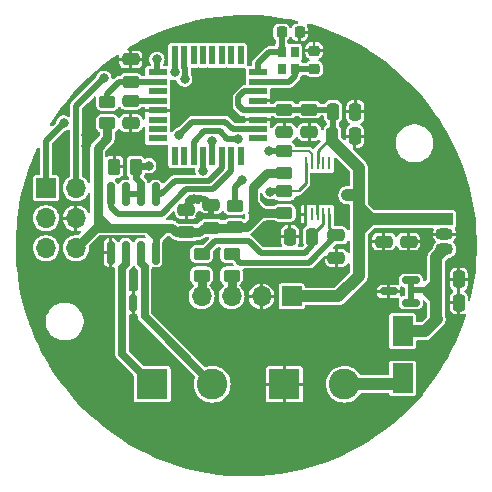
<source format=gbr>
%TF.GenerationSoftware,KiCad,Pcbnew,8.0.1*%
%TF.CreationDate,2024-05-02T10:16:12-03:00*%
%TF.ProjectId,Sdqf,53647166-2e6b-4696-9361-645f70636258,rev?*%
%TF.SameCoordinates,Original*%
%TF.FileFunction,Copper,L1,Top*%
%TF.FilePolarity,Positive*%
%FSLAX46Y46*%
G04 Gerber Fmt 4.6, Leading zero omitted, Abs format (unit mm)*
G04 Created by KiCad (PCBNEW 8.0.1) date 2024-05-02 10:16:12*
%MOMM*%
%LPD*%
G01*
G04 APERTURE LIST*
G04 Aperture macros list*
%AMRoundRect*
0 Rectangle with rounded corners*
0 $1 Rounding radius*
0 $2 $3 $4 $5 $6 $7 $8 $9 X,Y pos of 4 corners*
0 Add a 4 corners polygon primitive as box body*
4,1,4,$2,$3,$4,$5,$6,$7,$8,$9,$2,$3,0*
0 Add four circle primitives for the rounded corners*
1,1,$1+$1,$2,$3*
1,1,$1+$1,$4,$5*
1,1,$1+$1,$6,$7*
1,1,$1+$1,$8,$9*
0 Add four rect primitives between the rounded corners*
20,1,$1+$1,$2,$3,$4,$5,0*
20,1,$1+$1,$4,$5,$6,$7,0*
20,1,$1+$1,$6,$7,$8,$9,0*
20,1,$1+$1,$8,$9,$2,$3,0*%
G04 Aperture macros list end*
%TA.AperFunction,ComponentPad*%
%ADD10R,1.500000X1.050000*%
%TD*%
%TA.AperFunction,ComponentPad*%
%ADD11O,1.500000X1.050000*%
%TD*%
%TA.AperFunction,SMDPad,CuDef*%
%ADD12R,0.800000X0.900000*%
%TD*%
%TA.AperFunction,SMDPad,CuDef*%
%ADD13RoundRect,0.225000X0.250000X-0.225000X0.250000X0.225000X-0.250000X0.225000X-0.250000X-0.225000X0*%
%TD*%
%TA.AperFunction,SMDPad,CuDef*%
%ADD14RoundRect,0.225000X-0.225000X-0.250000X0.225000X-0.250000X0.225000X0.250000X-0.225000X0.250000X0*%
%TD*%
%TA.AperFunction,SMDPad,CuDef*%
%ADD15RoundRect,0.250000X-0.475000X0.250000X-0.475000X-0.250000X0.475000X-0.250000X0.475000X0.250000X0*%
%TD*%
%TA.AperFunction,SMDPad,CuDef*%
%ADD16RoundRect,0.150000X0.587500X0.150000X-0.587500X0.150000X-0.587500X-0.150000X0.587500X-0.150000X0*%
%TD*%
%TA.AperFunction,SMDPad,CuDef*%
%ADD17RoundRect,0.150000X-0.150000X0.825000X-0.150000X-0.825000X0.150000X-0.825000X0.150000X0.825000X0*%
%TD*%
%TA.AperFunction,SMDPad,CuDef*%
%ADD18R,0.550000X1.600000*%
%TD*%
%TA.AperFunction,SMDPad,CuDef*%
%ADD19R,1.600000X0.550000*%
%TD*%
%TA.AperFunction,SMDPad,CuDef*%
%ADD20R,1.800000X2.500000*%
%TD*%
%TA.AperFunction,ComponentPad*%
%ADD21R,2.600000X2.600000*%
%TD*%
%TA.AperFunction,ComponentPad*%
%ADD22C,2.600000*%
%TD*%
%TA.AperFunction,SMDPad,CuDef*%
%ADD23RoundRect,0.250000X0.450000X-0.262500X0.450000X0.262500X-0.450000X0.262500X-0.450000X-0.262500X0*%
%TD*%
%TA.AperFunction,SMDPad,CuDef*%
%ADD24RoundRect,0.250000X0.475000X-0.250000X0.475000X0.250000X-0.475000X0.250000X-0.475000X-0.250000X0*%
%TD*%
%TA.AperFunction,SMDPad,CuDef*%
%ADD25RoundRect,0.250000X-0.250000X-0.475000X0.250000X-0.475000X0.250000X0.475000X-0.250000X0.475000X0*%
%TD*%
%TA.AperFunction,ComponentPad*%
%ADD26O,1.700000X1.700000*%
%TD*%
%TA.AperFunction,ComponentPad*%
%ADD27R,1.700000X1.700000*%
%TD*%
%TA.AperFunction,SMDPad,CuDef*%
%ADD28R,0.250000X1.100000*%
%TD*%
%TA.AperFunction,SMDPad,CuDef*%
%ADD29RoundRect,0.250000X-0.450000X0.262500X-0.450000X-0.262500X0.450000X-0.262500X0.450000X0.262500X0*%
%TD*%
%TA.AperFunction,SMDPad,CuDef*%
%ADD30RoundRect,0.250000X-0.262500X-0.450000X0.262500X-0.450000X0.262500X0.450000X-0.262500X0.450000X0*%
%TD*%
%TA.AperFunction,SMDPad,CuDef*%
%ADD31RoundRect,0.150000X-0.150000X0.587500X-0.150000X-0.587500X0.150000X-0.587500X0.150000X0.587500X0*%
%TD*%
%TA.AperFunction,SMDPad,CuDef*%
%ADD32RoundRect,0.250000X0.250000X0.475000X-0.250000X0.475000X-0.250000X-0.475000X0.250000X-0.475000X0*%
%TD*%
%TA.AperFunction,ViaPad*%
%ADD33C,0.800000*%
%TD*%
%TA.AperFunction,Conductor*%
%ADD34C,0.500000*%
%TD*%
%TA.AperFunction,Conductor*%
%ADD35C,0.750000*%
%TD*%
%TA.AperFunction,Conductor*%
%ADD36C,0.600000*%
%TD*%
%TA.AperFunction,Conductor*%
%ADD37C,1.000000*%
%TD*%
%TA.AperFunction,Conductor*%
%ADD38C,0.250000*%
%TD*%
%TA.AperFunction,Conductor*%
%ADD39C,0.200000*%
%TD*%
%TA.AperFunction,Conductor*%
%ADD40C,0.650000*%
%TD*%
G04 APERTURE END LIST*
D10*
%TO.P,U1,1,VO*%
%TO.N,+5V*%
X161240000Y-84830000D03*
D11*
%TO.P,U1,2,GND*%
%TO.N,GND*%
X161240000Y-86100000D03*
%TO.P,U1,3,VI*%
%TO.N,Net-(D1-K)*%
X161240000Y-87370000D03*
%TD*%
D12*
%TO.P,Y1,4,4*%
%TO.N,unconnected-(Y1-Pad4)*%
X148550000Y-70700000D03*
%TO.P,Y1,3,3*%
%TO.N,Net-(U2-XTAL1{slash}PB6)*%
X148550000Y-72100000D03*
%TO.P,Y1,2,2*%
%TO.N,unconnected-(Y1-Pad2)*%
X147450000Y-72100000D03*
%TO.P,Y1,1,1*%
%TO.N,Net-(U2-XTAL2{slash}PB7)*%
X147450000Y-70700000D03*
%TD*%
D13*
%TO.P,C12,2*%
%TO.N,GND*%
X150200000Y-70550000D03*
%TO.P,C12,1*%
%TO.N,Net-(U2-XTAL1{slash}PB6)*%
X150200000Y-72100000D03*
%TD*%
D14*
%TO.P,C2,2*%
%TO.N,GND*%
X149000000Y-69000000D03*
%TO.P,C2,1*%
%TO.N,Net-(U2-XTAL2{slash}PB7)*%
X147450000Y-69000000D03*
%TD*%
D15*
%TO.P,C7,2*%
%TO.N,GND*%
X147700000Y-77450000D03*
%TO.P,C7,1*%
%TO.N,+5V*%
X147700000Y-75550000D03*
%TD*%
%TO.P,C6,1*%
%TO.N,+5V*%
X158200000Y-84830000D03*
%TO.P,C6,2*%
%TO.N,GND*%
X158200000Y-86730000D03*
%TD*%
D16*
%TO.P,D2,1,K1*%
%TO.N,Net-(D1-K)*%
X158400000Y-91900000D03*
%TO.P,D2,2,K2*%
X158400000Y-90000000D03*
%TO.P,D2,3,A*%
%TO.N,GND*%
X156525000Y-90950000D03*
%TD*%
D17*
%TO.P,U3,1,RO*%
%TO.N,RX*%
X136805000Y-82725000D03*
%TO.P,U3,2,~{RE}*%
%TO.N,485_EN*%
X135535000Y-82725000D03*
%TO.P,U3,3,DE*%
X134265000Y-82725000D03*
%TO.P,U3,4,DI*%
%TO.N,TX*%
X132995000Y-82725000D03*
%TO.P,U3,5,GND*%
%TO.N,GND*%
X132995000Y-87675000D03*
%TO.P,U3,6,A*%
%TO.N,485_A*%
X134265000Y-87675000D03*
%TO.P,U3,7,B*%
%TO.N,485_B*%
X135535000Y-87675000D03*
%TO.P,U3,8,VCC*%
%TO.N,+5V*%
X136805000Y-87675000D03*
%TD*%
D18*
%TO.P,U2,32,PD2*%
%TO.N,RX_CAL*%
X144000000Y-79450000D03*
%TO.P,U2,31,PD1*%
%TO.N,TX*%
X143200000Y-79450000D03*
%TO.P,U2,30,PD0*%
%TO.N,RX*%
X142400000Y-79450000D03*
%TO.P,U2,29,~{RESET}/PC6*%
%TO.N,RESET*%
X141600000Y-79450000D03*
%TO.P,U2,28,PC5*%
%TO.N,SCL*%
X140800000Y-79450000D03*
%TO.P,U2,27,PC4*%
%TO.N,SDA*%
X140000000Y-79450000D03*
%TO.P,U2,26,PC3*%
%TO.N,unconnected-(U2-PC3-Pad26)*%
X139200000Y-79450000D03*
%TO.P,U2,25,PC2*%
%TO.N,unconnected-(U2-PC2-Pad25)*%
X138400000Y-79450000D03*
D19*
%TO.P,U2,24,PC1*%
%TO.N,unconnected-(U2-PC1-Pad24)*%
X136950000Y-78000000D03*
%TO.P,U2,23,PC0*%
%TO.N,unconnected-(U2-PC0-Pad23)*%
X136950000Y-77200000D03*
%TO.P,U2,22,ADC7*%
%TO.N,unconnected-(U2-ADC7-Pad22)*%
X136950000Y-76400000D03*
%TO.P,U2,21,GND*%
%TO.N,GND*%
X136950000Y-75600000D03*
%TO.P,U2,20,AREF*%
%TO.N,Net-(U2-AREF)*%
X136950000Y-74800000D03*
%TO.P,U2,19,ADC6*%
%TO.N,unconnected-(U2-ADC6-Pad19)*%
X136950000Y-74000000D03*
%TO.P,U2,18,AVCC*%
%TO.N,Net-(U2-AVCC)*%
X136950000Y-73200000D03*
%TO.P,U2,17,PB5*%
%TO.N,SCK*%
X136950000Y-72400000D03*
D18*
%TO.P,U2,16,PB4*%
%TO.N,MISO*%
X138400000Y-70950000D03*
%TO.P,U2,15,PB3*%
%TO.N,MOSI*%
X139200000Y-70950000D03*
%TO.P,U2,14,PB2*%
%TO.N,unconnected-(U2-PB2-Pad14)*%
X140000000Y-70950000D03*
%TO.P,U2,13,PB1*%
%TO.N,unconnected-(U2-PB1-Pad13)*%
X140800000Y-70950000D03*
%TO.P,U2,12,PB0*%
%TO.N,unconnected-(U2-PB0-Pad12)*%
X141600000Y-70950000D03*
%TO.P,U2,11,PD7*%
%TO.N,unconnected-(U2-PD7-Pad11)*%
X142400000Y-70950000D03*
%TO.P,U2,10,PD6*%
%TO.N,unconnected-(U2-PD6-Pad10)*%
X143200000Y-70950000D03*
%TO.P,U2,9,PD5*%
%TO.N,unconnected-(U2-PD5-Pad9)*%
X144000000Y-70950000D03*
D19*
%TO.P,U2,8,XTAL2/PB7*%
%TO.N,Net-(U2-XTAL2{slash}PB7)*%
X145450000Y-72400000D03*
%TO.P,U2,7,XTAL1/PB6*%
%TO.N,Net-(U2-XTAL1{slash}PB6)*%
X145450000Y-73200000D03*
%TO.P,U2,6,VCC*%
%TO.N,+5V*%
X145450000Y-74000000D03*
%TO.P,U2,5,GND*%
%TO.N,GND*%
X145450000Y-74800000D03*
%TO.P,U2,4,VCC*%
%TO.N,+5V*%
X145450000Y-75600000D03*
%TO.P,U2,3,GND*%
%TO.N,GND*%
X145450000Y-76400000D03*
%TO.P,U2,2,PD4*%
%TO.N,485_EN*%
X145450000Y-77200000D03*
%TO.P,U2,1,PD3*%
%TO.N,TX_CAL*%
X145450000Y-78000000D03*
%TD*%
D20*
%TO.P,D1,1,K*%
%TO.N,Net-(D1-K)*%
X157700000Y-94300000D03*
%TO.P,D1,2,A*%
%TO.N,+12V*%
X157700000Y-98300000D03*
%TD*%
D21*
%TO.P,J4,1,Pin_1*%
%TO.N,GND*%
X147700000Y-98800000D03*
D22*
%TO.P,J4,2,Pin_2*%
%TO.N,+12V*%
X152780000Y-98800000D03*
%TD*%
D15*
%TO.P,C4,2*%
%TO.N,GND*%
X134700000Y-76700000D03*
%TO.P,C4,1*%
%TO.N,Net-(U2-AREF)*%
X134700000Y-74800000D03*
%TD*%
D23*
%TO.P,R1,2*%
%TO.N,SCL*%
X147700000Y-82487500D03*
%TO.P,R1,1*%
%TO.N,+5V*%
X147700000Y-84312500D03*
%TD*%
D15*
%TO.P,C5,1*%
%TO.N,+5V*%
X149800000Y-75550000D03*
%TO.P,C5,2*%
%TO.N,GND*%
X149800000Y-77450000D03*
%TD*%
D23*
%TO.P,R5,2*%
%TO.N,SDA*%
X147700000Y-79087500D03*
%TO.P,R5,1*%
%TO.N,+5V*%
X147700000Y-80912500D03*
%TD*%
D24*
%TO.P,C10,1*%
%TO.N,+5V*%
X141500000Y-85550000D03*
%TO.P,C10,2*%
%TO.N,GND*%
X141500000Y-83650000D03*
%TD*%
D25*
%TO.P,C1,1*%
%TO.N,Net-(D1-K)*%
X160550000Y-91900000D03*
%TO.P,C1,2*%
%TO.N,GND*%
X162450000Y-91900000D03*
%TD*%
D21*
%TO.P,J3,1,Pin_1*%
%TO.N,485_A*%
X136500000Y-98800000D03*
D22*
%TO.P,J3,2,Pin_2*%
%TO.N,485_B*%
X141580000Y-98800000D03*
%TD*%
D26*
%TO.P,J1,6,Pin_6*%
%TO.N,+5V*%
X130040000Y-87280000D03*
%TO.P,J1,5,Pin_5*%
%TO.N,MOSI*%
X127500000Y-87279999D03*
%TO.P,J1,4,Pin_4*%
%TO.N,GND*%
X130040000Y-84740000D03*
%TO.P,J1,3,Pin_3*%
%TO.N,RESET*%
X127500000Y-84740000D03*
%TO.P,J1,2,Pin_2*%
%TO.N,SCK*%
X130040000Y-82200000D03*
D27*
%TO.P,J1,1,Pin_1*%
%TO.N,MISO*%
X127500000Y-82200000D03*
%TD*%
D25*
%TO.P,C3,2*%
%TO.N,GND*%
X162450000Y-89900000D03*
%TO.P,C3,1*%
%TO.N,Net-(D1-K)*%
X160550000Y-89900000D03*
%TD*%
D28*
%TO.P,U4,10,SCL*%
%TO.N,SCL*%
X149500000Y-80100000D03*
%TO.P,U4,9,SDA*%
%TO.N,SDA*%
X150000000Y-80100000D03*
%TO.P,U4,8,VDD*%
%TO.N,+5V*%
X150500000Y-80100000D03*
%TO.P,U4,7,AIN3*%
%TO.N,SENSOR_ANALOGICO_4*%
X151000000Y-80100000D03*
%TO.P,U4,6,AIN2*%
%TO.N,SENSOR_ANALOGICO_3*%
X151500000Y-80100000D03*
%TO.P,U4,5,AIN1*%
%TO.N,SENSOR_ANALOGICO_1*%
X151500000Y-84400000D03*
%TO.P,U4,4,AIN0*%
%TO.N,SENSOR_ANALOGICO_2*%
X151000000Y-84400000D03*
%TO.P,U4,3,GND*%
%TO.N,GND*%
X150500000Y-84400000D03*
%TO.P,U4,2,ALERT/RDY*%
%TO.N,unconnected-(U4-ALERT{slash}RDY-Pad2)*%
X150000000Y-84400000D03*
%TO.P,U4,1,ADDR*%
%TO.N,GND*%
X149500000Y-84400000D03*
%TD*%
D25*
%TO.P,C13,2*%
%TO.N,GND*%
X153700000Y-75750000D03*
%TO.P,C13,1*%
%TO.N,+5V*%
X151800000Y-75750000D03*
%TD*%
D29*
%TO.P,L1,2,2*%
%TO.N,+5V*%
X132700000Y-76712500D03*
%TO.P,L1,1,1*%
%TO.N,Net-(U2-AVCC)*%
X132700000Y-74887500D03*
%TD*%
D15*
%TO.P,C8,1*%
%TO.N,+5V*%
X156100000Y-84830000D03*
%TO.P,C8,2*%
%TO.N,GND*%
X156100000Y-86730000D03*
%TD*%
D25*
%TO.P,C14,2*%
%TO.N,GND*%
X153650000Y-77800000D03*
%TO.P,C14,1*%
%TO.N,+5V*%
X151750000Y-77800000D03*
%TD*%
D24*
%TO.P,C9,1*%
%TO.N,Net-(U2-AVCC)*%
X134700000Y-73200000D03*
%TO.P,C9,2*%
%TO.N,GND*%
X134700000Y-71300000D03*
%TD*%
D30*
%TO.P,R4,1*%
%TO.N,GND*%
X133287500Y-80400000D03*
%TO.P,R4,2*%
%TO.N,485_EN*%
X135112500Y-80400000D03*
%TD*%
D24*
%TO.P,C11,1*%
%TO.N,+5V*%
X139400000Y-85950000D03*
%TO.P,C11,2*%
%TO.N,GND*%
X139400000Y-84050000D03*
%TD*%
D23*
%TO.P,R2,1*%
%TO.N,+5V*%
X143500000Y-85512500D03*
%TO.P,R2,2*%
%TO.N,RESET*%
X143500000Y-83687500D03*
%TD*%
%TO.P,R11,2*%
%TO.N,SENSOR_ANALOGICO_2*%
X140680000Y-87775000D03*
%TO.P,R11,1*%
%TO.N,UMID*%
X140680000Y-89600000D03*
%TD*%
D31*
%TO.P,D4,1,A1*%
%TO.N,485_B*%
X135850000Y-90025000D03*
%TO.P,D4,2,A2*%
%TO.N,485_A*%
X133950000Y-90025000D03*
%TO.P,D4,3,common*%
%TO.N,GND*%
X134900000Y-91900000D03*
%TD*%
D15*
%TO.P,C16,1*%
%TO.N,SENSOR_ANALOGICO_1*%
X152100000Y-86200000D03*
%TO.P,C16,2*%
%TO.N,GND*%
X152100000Y-88100000D03*
%TD*%
D32*
%TO.P,C15,2*%
%TO.N,GND*%
X148150000Y-86300000D03*
%TO.P,C15,1*%
%TO.N,SENSOR_ANALOGICO_2*%
X150050000Y-86300000D03*
%TD*%
D23*
%TO.P,R10,1*%
%TO.N,TEMP*%
X143220000Y-89600000D03*
%TO.P,R10,2*%
%TO.N,SENSOR_ANALOGICO_1*%
X143220000Y-87775000D03*
%TD*%
D27*
%TO.P,J5,1,Pin_1*%
%TO.N,+5V*%
X148300000Y-91375000D03*
D26*
%TO.P,J5,2,Pin_2*%
%TO.N,GND*%
X145760000Y-91375000D03*
%TO.P,J5,3,Pin_3*%
%TO.N,TEMP*%
X143220000Y-91375000D03*
%TO.P,J5,4,Pin_4*%
%TO.N,UMID*%
X140680000Y-91375000D03*
%TD*%
D33*
%TO.N,GND*%
X131100000Y-75700000D03*
X141500000Y-83600000D03*
X139400000Y-84000000D03*
X140585448Y-84571412D03*
X140000000Y-83150000D03*
X144900000Y-93100000D03*
X145800000Y-93100000D03*
X146700000Y-93100000D03*
X133400000Y-78700000D03*
X134100000Y-77900000D03*
X135900000Y-79000000D03*
X151600000Y-81500000D03*
X150600000Y-81500000D03*
X152600000Y-84000000D03*
X152600000Y-84900000D03*
X160500000Y-95800000D03*
X161200000Y-95100000D03*
X161800000Y-94300000D03*
X162300000Y-93500000D03*
X154800000Y-92200000D03*
X153900000Y-92200000D03*
X155700000Y-92200000D03*
X156600000Y-92200000D03*
X147500000Y-95100000D03*
X146600000Y-95100000D03*
X148400000Y-95100000D03*
X149300000Y-95100000D03*
X148400000Y-96000000D03*
X149300000Y-96000000D03*
X146600000Y-96000000D03*
X147500000Y-96000000D03*
X135000000Y-93800000D03*
X135000000Y-94700000D03*
X125800000Y-83800000D03*
X125800000Y-84700000D03*
X135700000Y-70000000D03*
X136600000Y-70000000D03*
X150200000Y-69200000D03*
X151100000Y-69200000D03*
X151500000Y-70100000D03*
X151500000Y-71000000D03*
X154900000Y-75200000D03*
X154900000Y-76100000D03*
X154900000Y-77400000D03*
X154900000Y-78300000D03*
X159700000Y-86100000D03*
X159700000Y-87000000D03*
X162700000Y-85700000D03*
X162700000Y-86600000D03*
X157700000Y-88100000D03*
X158600000Y-88100000D03*
X155600000Y-88100000D03*
X156500000Y-88100000D03*
X151400000Y-89400000D03*
X152300000Y-89400000D03*
X146800000Y-85800000D03*
X146800000Y-86700000D03*
X130900000Y-77700000D03*
X130900000Y-78600000D03*
X129000000Y-79000000D03*
X129000000Y-79900000D03*
X143500000Y-72700000D03*
X142600000Y-72700000D03*
X141700000Y-72700000D03*
X140800000Y-72700000D03*
%TO.N,+5V*%
X154000000Y-82800000D03*
%TO.N,MOSI*%
X139250000Y-72981240D03*
%TO.N,MISO*%
X138400000Y-72400000D03*
X129000000Y-76700000D03*
%TO.N,SCK*%
X136900000Y-71300000D03*
X132400000Y-72900000D03*
%TO.N,RESET*%
X141600000Y-78250000D03*
X144100000Y-81500000D03*
%TO.N,485_EN*%
X136200000Y-80300000D03*
X138800000Y-77700000D03*
%TO.N,+5V*%
X146000000Y-84312500D03*
X145012500Y-84312500D03*
X153000000Y-82800000D03*
%TO.N,SDA*%
X143773553Y-78049998D03*
X146400000Y-79100000D03*
%TO.N,SCL*%
X146500000Y-82500000D03*
X140798959Y-80750000D03*
%TD*%
D34*
%TO.N,GND*%
X141500000Y-84400000D02*
X141328588Y-84571412D01*
X141328588Y-84571412D02*
X140585448Y-84571412D01*
X141500000Y-83600000D02*
X141500000Y-84400000D01*
X140950000Y-83100000D02*
X140050000Y-83100000D01*
X140050000Y-83100000D02*
X140000000Y-83150000D01*
X141500000Y-83650000D02*
X140950000Y-83100000D01*
X139400000Y-84000000D02*
X139400000Y-83750000D01*
X141500000Y-83650000D02*
X141500000Y-83600000D01*
X139400000Y-83750000D02*
X140000000Y-83150000D01*
X139400000Y-84050000D02*
X139400000Y-84000000D01*
%TO.N,SDA*%
X143773553Y-78049998D02*
X142849998Y-78049998D01*
X142200000Y-77400000D02*
X140900000Y-77400000D01*
X142849998Y-78049998D02*
X142200000Y-77400000D01*
X140900000Y-77400000D02*
X140000000Y-78300000D01*
X140000000Y-78300000D02*
X140000000Y-79450000D01*
%TO.N,485_EN*%
X139900000Y-76600000D02*
X138800000Y-77700000D01*
X142700000Y-76600000D02*
X139900000Y-76600000D01*
X143300000Y-77200000D02*
X142700000Y-76600000D01*
X145450000Y-77200000D02*
X143300000Y-77200000D01*
%TO.N,RESET*%
X141600000Y-78250000D02*
X141600000Y-79450000D01*
D35*
%TO.N,+5V*%
X138150000Y-85550000D02*
X138550000Y-85950000D01*
X138550000Y-85950000D02*
X139400000Y-85950000D01*
X137700000Y-85550000D02*
X138150000Y-85550000D01*
X140450000Y-85950000D02*
X139400000Y-85950000D01*
X140850000Y-85550000D02*
X140450000Y-85950000D01*
X141500000Y-85550000D02*
X140850000Y-85550000D01*
D34*
%TO.N,TX*%
X133600000Y-84400000D02*
X132995000Y-83795000D01*
X137300000Y-84400000D02*
X133600000Y-84400000D01*
X132995000Y-83795000D02*
X132995000Y-82725000D01*
X141650000Y-82300000D02*
X139400000Y-82300000D01*
X143200000Y-80750000D02*
X141650000Y-82300000D01*
X143200000Y-79450000D02*
X143200000Y-80750000D01*
X139400000Y-82300000D02*
X137300000Y-84400000D01*
%TO.N,RX*%
X141300000Y-81600000D02*
X142400000Y-80500000D01*
X142400000Y-80500000D02*
X142400000Y-79450000D01*
X137275000Y-82725000D02*
X138400000Y-81600000D01*
X136805000Y-82725000D02*
X137275000Y-82725000D01*
X138400000Y-81600000D02*
X141300000Y-81600000D01*
%TO.N,SENSOR_ANALOGICO_2*%
X150050000Y-87050000D02*
X150050000Y-86300000D01*
X145700000Y-87700000D02*
X149400000Y-87700000D01*
X141800000Y-86700000D02*
X144700000Y-86700000D01*
X144700000Y-86700000D02*
X145700000Y-87700000D01*
X140912500Y-87587500D02*
X141800000Y-86700000D01*
X140680000Y-87587500D02*
X140912500Y-87587500D01*
X149400000Y-87700000D02*
X150050000Y-87050000D01*
%TO.N,SENSOR_ANALOGICO_1*%
X143945000Y-88500000D02*
X143220000Y-87775000D01*
X149800000Y-88500000D02*
X143945000Y-88500000D01*
D35*
%TO.N,UMID*%
X140680000Y-91375000D02*
X140680000Y-89600000D01*
%TO.N,TEMP*%
X143220000Y-91375000D02*
X143220000Y-89600000D01*
D34*
%TO.N,MOSI*%
X139250000Y-72047918D02*
X139250000Y-72981240D01*
X139200000Y-70950000D02*
X139200000Y-71997918D01*
X139200000Y-71997918D02*
X139250000Y-72047918D01*
%TO.N,MISO*%
X138400000Y-72400000D02*
X138400000Y-70950000D01*
X127500000Y-78200000D02*
X129000000Y-76700000D01*
X127500000Y-82200000D02*
X127500000Y-78200000D01*
%TO.N,SCK*%
X136900000Y-71300000D02*
X136900000Y-72350000D01*
X136900000Y-72350000D02*
X136950000Y-72400000D01*
X130040000Y-75260000D02*
X132400000Y-72900000D01*
X130040000Y-82200000D02*
X130040000Y-75260000D01*
D35*
%TO.N,+5V*%
X131900000Y-84600000D02*
X131900000Y-84650000D01*
X131900000Y-84650000D02*
X132800000Y-85550000D01*
X132800000Y-85550000D02*
X131770000Y-85550000D01*
X133150000Y-85550000D02*
X132800000Y-85550000D01*
X131900000Y-84600000D02*
X131900000Y-85420000D01*
X131900000Y-78800000D02*
X131900000Y-84600000D01*
X131900000Y-85420000D02*
X131770000Y-85550000D01*
X132700000Y-78000000D02*
X131900000Y-78800000D01*
X132700000Y-76712500D02*
X132700000Y-78000000D01*
X131770000Y-85550000D02*
X130040000Y-87280000D01*
X133150000Y-85550000D02*
X136000000Y-85550000D01*
D34*
%TO.N,RESET*%
X143500000Y-82100000D02*
X144100000Y-81500000D01*
X143500000Y-83687500D02*
X143500000Y-82100000D01*
D36*
%TO.N,485_EN*%
X135535000Y-81735000D02*
X135112500Y-81312500D01*
X135535000Y-82725000D02*
X135535000Y-81735000D01*
X135112500Y-81312500D02*
X135112500Y-80400000D01*
D34*
X134265000Y-82725000D02*
X135535000Y-82725000D01*
D36*
X135212500Y-80300000D02*
X135112500Y-80400000D01*
X136200000Y-80300000D02*
X135212500Y-80300000D01*
%TO.N,Net-(D1-K)*%
X159600000Y-90950000D02*
X160550000Y-91900000D01*
X159600000Y-90800000D02*
X159600000Y-90950000D01*
D34*
X159600000Y-90800000D02*
X160450000Y-90800000D01*
X158400000Y-90800000D02*
X159600000Y-90800000D01*
D36*
X159600000Y-90800000D02*
X159650000Y-90800000D01*
X159650000Y-90800000D02*
X160550000Y-89900000D01*
%TO.N,+5V*%
X136805000Y-86400000D02*
X136850000Y-86400000D01*
X136850000Y-86400000D02*
X137700000Y-85550000D01*
D35*
X136800000Y-85550000D02*
X137700000Y-85550000D01*
D36*
X136805000Y-86355000D02*
X136000000Y-85550000D01*
X136805000Y-86400000D02*
X136805000Y-86355000D01*
D35*
X136000000Y-85550000D02*
X136800000Y-85550000D01*
D36*
X136805000Y-86400000D02*
X136805000Y-86295000D01*
X136805000Y-87675000D02*
X136805000Y-86400000D01*
X136800000Y-86290000D02*
X136800000Y-85550000D01*
X136805000Y-86295000D02*
X136800000Y-86290000D01*
D35*
X145687500Y-84312500D02*
X145000000Y-85000000D01*
X145700000Y-84312500D02*
X145687500Y-84312500D01*
X145700000Y-84200000D02*
X145000000Y-83500000D01*
X145700000Y-84312500D02*
X145700000Y-84200000D01*
X145700000Y-84312500D02*
X145012500Y-84312500D01*
X145000000Y-82100000D02*
X145000000Y-83500000D01*
X147700000Y-84312500D02*
X145700000Y-84312500D01*
X145000000Y-83500000D02*
X145000000Y-84300000D01*
X145012500Y-84312500D02*
X145000000Y-84300000D01*
X145000000Y-84300000D02*
X145000000Y-85000000D01*
X145000000Y-85000000D02*
X144487500Y-85512500D01*
X146187500Y-80912500D02*
X145000000Y-82100000D01*
X147700000Y-80912500D02*
X146187500Y-80912500D01*
X144487500Y-85512500D02*
X143500000Y-85512500D01*
X143462500Y-85550000D02*
X143500000Y-85512500D01*
X141500000Y-85550000D02*
X143462500Y-85550000D01*
D34*
X141537500Y-85512500D02*
X141500000Y-85550000D01*
D37*
X143512500Y-85500000D02*
X143500000Y-85512500D01*
X154000000Y-82800000D02*
X153000000Y-82800000D01*
X154000000Y-82800000D02*
X154000000Y-80500000D01*
X154000000Y-83800000D02*
X154000000Y-82800000D01*
X155000000Y-84800000D02*
X154000000Y-85800000D01*
X154000000Y-89600000D02*
X154000000Y-86200000D01*
X154000000Y-86200000D02*
X154000000Y-84700000D01*
X154000000Y-85800000D02*
X154000000Y-86200000D01*
X155000000Y-84800000D02*
X154000000Y-83800000D01*
X155000000Y-84830000D02*
X155000000Y-84800000D01*
X155000000Y-84830000D02*
X154130000Y-84830000D01*
X156100000Y-84830000D02*
X155000000Y-84830000D01*
X154000000Y-84700000D02*
X154000000Y-83800000D01*
X154130000Y-84830000D02*
X154000000Y-84700000D01*
X151750000Y-78250000D02*
X151750000Y-77800000D01*
X154000000Y-80500000D02*
X151750000Y-78250000D01*
X152225000Y-91375000D02*
X154000000Y-89600000D01*
X148300000Y-91375000D02*
X152225000Y-91375000D01*
D38*
%TO.N,SENSOR_ANALOGICO_1*%
X151500000Y-85600000D02*
X152100000Y-86200000D01*
X151500000Y-84400000D02*
X151500000Y-85600000D01*
D34*
X149800000Y-88500000D02*
X152100000Y-86200000D01*
%TO.N,+5V*%
X151600000Y-75550000D02*
X151800000Y-75750000D01*
X149800000Y-75550000D02*
X151600000Y-75550000D01*
D38*
X150500000Y-79050000D02*
X151750000Y-77800000D01*
X150500000Y-80100000D02*
X150500000Y-79050000D01*
D34*
%TO.N,SDA*%
X146412500Y-79087500D02*
X146400000Y-79100000D01*
X147700000Y-79087500D02*
X146412500Y-79087500D01*
%TO.N,SCL*%
X146512500Y-82487500D02*
X146500000Y-82500000D01*
X147700000Y-82487500D02*
X146512500Y-82487500D01*
D39*
X148962500Y-82337500D02*
X148812500Y-82487500D01*
X148812500Y-82487500D02*
X147700000Y-82487500D01*
%TO.N,SDA*%
X149787500Y-79087500D02*
X150000000Y-79300000D01*
X147700000Y-79087500D02*
X149787500Y-79087500D01*
X150000000Y-79300000D02*
X150000000Y-80100000D01*
D34*
%TO.N,SCL*%
X140798959Y-79451041D02*
X140800000Y-79450000D01*
X140798959Y-80750000D02*
X140798959Y-79451041D01*
D37*
%TO.N,Net-(D1-K)*%
X160550000Y-90900000D02*
X160550000Y-91900000D01*
X160550000Y-89900000D02*
X160550000Y-90900000D01*
D34*
X158400000Y-90800000D02*
X158400000Y-91900000D01*
X158400000Y-90000000D02*
X158400000Y-90800000D01*
X160450000Y-90800000D02*
X160550000Y-90900000D01*
D37*
X160550000Y-93250000D02*
X160550000Y-91900000D01*
X159600000Y-94300000D02*
X160600000Y-93300000D01*
X157700000Y-94300000D02*
X159600000Y-94300000D01*
X160600000Y-93300000D02*
X160550000Y-93250000D01*
%TO.N,+5V*%
X158200000Y-84830000D02*
X156100000Y-84830000D01*
X161240000Y-84830000D02*
X158200000Y-84830000D01*
%TO.N,Net-(D1-K)*%
X160550000Y-88060000D02*
X161240000Y-87370000D01*
X160550000Y-89900000D02*
X160550000Y-88060000D01*
%TO.N,+12V*%
X157200000Y-98800000D02*
X157700000Y-98300000D01*
X152780000Y-98800000D02*
X157200000Y-98800000D01*
D38*
%TO.N,SCL*%
X149500000Y-81800000D02*
X149500000Y-80100000D01*
X148962500Y-82337500D02*
X149500000Y-81800000D01*
%TO.N,SENSOR_ANALOGICO_2*%
X150050000Y-86150000D02*
X150050000Y-86300000D01*
X151000000Y-85200000D02*
X150050000Y-86150000D01*
X151000000Y-84400000D02*
X151000000Y-85200000D01*
D34*
%TO.N,Net-(U2-XTAL2{slash}PB7)*%
X147450000Y-69000000D02*
X147450000Y-70700000D01*
X145450000Y-71650000D02*
X145450000Y-72400000D01*
X146400000Y-70700000D02*
X145450000Y-71650000D01*
X147450000Y-70700000D02*
X146400000Y-70700000D01*
%TO.N,Net-(U2-XTAL1{slash}PB6)*%
X150200000Y-72100000D02*
X148550000Y-72100000D01*
X148550000Y-72750000D02*
X148550000Y-72100000D01*
X145450000Y-73200000D02*
X148100000Y-73200000D01*
X148100000Y-73200000D02*
X148550000Y-72750000D01*
%TO.N,+5V*%
X151800000Y-75750000D02*
X151800000Y-77750000D01*
X151800000Y-77750000D02*
X151750000Y-77800000D01*
X144200000Y-75600000D02*
X145450000Y-75600000D01*
X143800000Y-75200000D02*
X144200000Y-75600000D01*
X144300000Y-74000000D02*
X143800000Y-74500000D01*
X145450000Y-74000000D02*
X144300000Y-74000000D01*
X143800000Y-74500000D02*
X143800000Y-75200000D01*
X147700000Y-75600000D02*
X145450000Y-75600000D01*
X149800000Y-75600000D02*
X147700000Y-75600000D01*
%TO.N,Net-(U2-AVCC)*%
X132700000Y-74887500D02*
X132700000Y-74200000D01*
X132700000Y-74200000D02*
X133700000Y-73200000D01*
X133700000Y-73200000D02*
X134700000Y-73200000D01*
X136950000Y-73200000D02*
X134700000Y-73200000D01*
%TO.N,Net-(U2-AREF)*%
X136950000Y-74800000D02*
X134700000Y-74800000D01*
D40*
%TO.N,485_A*%
X133950000Y-90025000D02*
X133950000Y-96250000D01*
X133950000Y-96250000D02*
X136500000Y-98800000D01*
%TO.N,485_B*%
X135850000Y-93070000D02*
X141580000Y-98800000D01*
X135850000Y-90025000D02*
X135850000Y-93070000D01*
%TO.N,485_A*%
X133950000Y-88950000D02*
X133950000Y-90025000D01*
X134265000Y-88635000D02*
X133950000Y-88950000D01*
X134265000Y-87675000D02*
X134265000Y-88635000D01*
%TO.N,485_B*%
X135850000Y-88850000D02*
X135850000Y-90025000D01*
X135535000Y-88535000D02*
X135850000Y-88850000D01*
X135535000Y-87675000D02*
X135535000Y-88535000D01*
%TD*%
%TA.AperFunction,Conductor*%
%TO.N,GND*%
G36*
X149740010Y-68276041D02*
G01*
X149907597Y-68320608D01*
X149912968Y-68322167D01*
X150749714Y-68585703D01*
X150755021Y-68587507D01*
X151579012Y-68888588D01*
X151584231Y-68890630D01*
X151975516Y-69054002D01*
X152393768Y-69228633D01*
X152398890Y-69230909D01*
X153192322Y-69605147D01*
X153197336Y-69607652D01*
X153973056Y-70017365D01*
X153977951Y-70020094D01*
X154734350Y-70464432D01*
X154739117Y-70467379D01*
X155474695Y-70945463D01*
X155479281Y-70948593D01*
X156192537Y-71459451D01*
X156196986Y-71462793D01*
X156540153Y-71732853D01*
X156886372Y-72005315D01*
X156890697Y-72008879D01*
X156996669Y-72100323D01*
X157554904Y-72582030D01*
X157559016Y-72585745D01*
X158196658Y-73188339D01*
X158200619Y-73192256D01*
X158810333Y-73823000D01*
X158814136Y-73827116D01*
X159394732Y-74484773D01*
X159398346Y-74489058D01*
X159948627Y-75172274D01*
X159952043Y-75176717D01*
X160470899Y-75884115D01*
X160474110Y-75888708D01*
X160859390Y-76467086D01*
X160931608Y-76575500D01*
X160960451Y-76618798D01*
X160963451Y-76623529D01*
X161390806Y-77332547D01*
X161416314Y-77374866D01*
X161419095Y-77379724D01*
X161467780Y-77469431D01*
X161837555Y-78150780D01*
X161840116Y-78155765D01*
X162223300Y-78944927D01*
X162225633Y-78950023D01*
X162572758Y-79755674D01*
X162574859Y-79760870D01*
X162885228Y-80581395D01*
X162887092Y-80586681D01*
X163160070Y-81420408D01*
X163161693Y-81425772D01*
X163396715Y-82270963D01*
X163398094Y-82276395D01*
X163594680Y-83131333D01*
X163595813Y-83136822D01*
X163753573Y-83999804D01*
X163754456Y-84005339D01*
X163873056Y-84874551D01*
X163873688Y-84880120D01*
X163952891Y-85753818D01*
X163953270Y-85759410D01*
X163992926Y-86636105D01*
X163993051Y-86641007D01*
X163995528Y-87079299D01*
X163995528Y-87080701D01*
X163993051Y-87518992D01*
X163992926Y-87523894D01*
X163953270Y-88400589D01*
X163952891Y-88406181D01*
X163873688Y-89279879D01*
X163873056Y-89285448D01*
X163754456Y-90154660D01*
X163753573Y-90160195D01*
X163595813Y-91023177D01*
X163594680Y-91028666D01*
X163444846Y-91680284D01*
X163410639Y-91741207D01*
X163348925Y-91773965D01*
X163279297Y-91768158D01*
X163223862Y-91725629D01*
X163200220Y-91659880D01*
X163200000Y-91652496D01*
X163200000Y-91377172D01*
X163199999Y-91377155D01*
X163193598Y-91317627D01*
X163193596Y-91317620D01*
X163143354Y-91182913D01*
X163143350Y-91182906D01*
X163057190Y-91067813D01*
X162965625Y-90999267D01*
X162923754Y-90943333D01*
X162918770Y-90873641D01*
X162952255Y-90812318D01*
X162965625Y-90800733D01*
X163057190Y-90732186D01*
X163143350Y-90617093D01*
X163143354Y-90617086D01*
X163193596Y-90482379D01*
X163193598Y-90482372D01*
X163199999Y-90422844D01*
X163200000Y-90422827D01*
X163200000Y-90025000D01*
X162575000Y-90025000D01*
X162575000Y-92875000D01*
X162747828Y-92875000D01*
X162747844Y-92874999D01*
X162807372Y-92868598D01*
X162807376Y-92868597D01*
X162919696Y-92826704D01*
X162989388Y-92821720D01*
X163050711Y-92855204D01*
X163084196Y-92916527D01*
X163080874Y-92981470D01*
X162887092Y-93573318D01*
X162885228Y-93578604D01*
X162574859Y-94399129D01*
X162572758Y-94404325D01*
X162225633Y-95209976D01*
X162223300Y-95215072D01*
X161840116Y-96004234D01*
X161837555Y-96009219D01*
X161419099Y-96780268D01*
X161416314Y-96785133D01*
X160963452Y-97536468D01*
X160960451Y-97541201D01*
X160474110Y-98271291D01*
X160470899Y-98275884D01*
X159952043Y-98983282D01*
X159948627Y-98987725D01*
X159398346Y-99670941D01*
X159394732Y-99675226D01*
X158814136Y-100332883D01*
X158810333Y-100336999D01*
X158200619Y-100967743D01*
X158196634Y-100971684D01*
X157559051Y-101574223D01*
X157554891Y-101577980D01*
X156890697Y-102151120D01*
X156886372Y-102154684D01*
X156197002Y-102697194D01*
X156192521Y-102700560D01*
X155479303Y-103211391D01*
X155474673Y-103214551D01*
X154739117Y-103692620D01*
X154734350Y-103695567D01*
X153977951Y-104139905D01*
X153973056Y-104142634D01*
X153197336Y-104552347D01*
X153192322Y-104554852D01*
X152398890Y-104929090D01*
X152393768Y-104931366D01*
X151584231Y-105269369D01*
X151579012Y-105271411D01*
X150755021Y-105572492D01*
X150749714Y-105574296D01*
X149912968Y-105837832D01*
X149907586Y-105839394D01*
X149059798Y-106064849D01*
X149054350Y-106066167D01*
X148197223Y-106253084D01*
X148191722Y-106254154D01*
X147327018Y-106402150D01*
X147321474Y-106402970D01*
X146450989Y-106511739D01*
X146445413Y-106512308D01*
X145570900Y-106581631D01*
X145565304Y-106581948D01*
X144688525Y-106611684D01*
X144682921Y-106611747D01*
X143805719Y-106601833D01*
X143800117Y-106601643D01*
X142924249Y-106552102D01*
X142918662Y-106551659D01*
X142045929Y-106462589D01*
X142040368Y-106461894D01*
X141172569Y-106333481D01*
X141167044Y-106332536D01*
X140305908Y-106165035D01*
X140300433Y-106163841D01*
X139447736Y-105957598D01*
X139442319Y-105956157D01*
X138599860Y-105711606D01*
X138594514Y-105709923D01*
X137763912Y-105427536D01*
X137758648Y-105425612D01*
X136941699Y-105105997D01*
X136936527Y-105103838D01*
X136134826Y-104747622D01*
X136129757Y-104745231D01*
X135344976Y-104353154D01*
X135340020Y-104350536D01*
X134573763Y-103923399D01*
X134568931Y-103920560D01*
X133822776Y-103459247D01*
X133818076Y-103456193D01*
X133093488Y-102961605D01*
X133088932Y-102958341D01*
X132387476Y-102431549D01*
X132383071Y-102428083D01*
X131706113Y-101870113D01*
X131701870Y-101866452D01*
X131382458Y-101577980D01*
X131050794Y-101278442D01*
X131046731Y-101274602D01*
X130740370Y-100971684D01*
X130422920Y-100657800D01*
X130419034Y-100653781D01*
X130143271Y-100355293D01*
X129823725Y-100009412D01*
X129820018Y-100005214D01*
X129254437Y-99334608D01*
X129250921Y-99330243D01*
X128716222Y-98634767D01*
X128712908Y-98630248D01*
X128210170Y-97911304D01*
X128207075Y-97906659D01*
X127799660Y-97264033D01*
X127737339Y-97165732D01*
X127734446Y-97160932D01*
X127298675Y-96399546D01*
X127296002Y-96394620D01*
X127117876Y-96047939D01*
X126895079Y-95614316D01*
X126892638Y-95609288D01*
X126876789Y-95574678D01*
X126527393Y-94811683D01*
X126525176Y-94806537D01*
X126196341Y-93993230D01*
X126194358Y-93987988D01*
X126066695Y-93625961D01*
X127499500Y-93625961D01*
X127538910Y-93874785D01*
X127616760Y-94114383D01*
X127731132Y-94338848D01*
X127879201Y-94542649D01*
X127879205Y-94542654D01*
X128057345Y-94720794D01*
X128057350Y-94720798D01*
X128235117Y-94849952D01*
X128261155Y-94868870D01*
X128385420Y-94932186D01*
X128485616Y-94983239D01*
X128485618Y-94983239D01*
X128485621Y-94983241D01*
X128725215Y-95061090D01*
X128974038Y-95100500D01*
X128974039Y-95100500D01*
X129225961Y-95100500D01*
X129225962Y-95100500D01*
X129474785Y-95061090D01*
X129714379Y-94983241D01*
X129938845Y-94868870D01*
X130142656Y-94720793D01*
X130320793Y-94542656D01*
X130468870Y-94338845D01*
X130583241Y-94114379D01*
X130661090Y-93874785D01*
X130700500Y-93625962D01*
X130700500Y-93374038D01*
X130661090Y-93125215D01*
X130583241Y-92885621D01*
X130583239Y-92885618D01*
X130583239Y-92885616D01*
X130505064Y-92732190D01*
X130468870Y-92661155D01*
X130338977Y-92482372D01*
X130320798Y-92457350D01*
X130320794Y-92457345D01*
X130142654Y-92279205D01*
X130142649Y-92279201D01*
X129938848Y-92131132D01*
X129938847Y-92131131D01*
X129938845Y-92131130D01*
X129841474Y-92081517D01*
X129714383Y-92016760D01*
X129474785Y-91938910D01*
X129406060Y-91928025D01*
X129225962Y-91899500D01*
X128974038Y-91899500D01*
X128849626Y-91919205D01*
X128725214Y-91938910D01*
X128485616Y-92016760D01*
X128261151Y-92131132D01*
X128057350Y-92279201D01*
X128057345Y-92279205D01*
X127879205Y-92457345D01*
X127879201Y-92457350D01*
X127731132Y-92661151D01*
X127616760Y-92885616D01*
X127538910Y-93125214D01*
X127499500Y-93374038D01*
X127499500Y-93625961D01*
X126066695Y-93625961D01*
X126049995Y-93578604D01*
X125902610Y-93160651D01*
X125900867Y-93155328D01*
X125646801Y-92315653D01*
X125645302Y-92310263D01*
X125429428Y-91459923D01*
X125428178Y-91454478D01*
X125422641Y-91427636D01*
X125250964Y-90595319D01*
X125249956Y-90589806D01*
X125243926Y-90552011D01*
X125111739Y-89723479D01*
X125110988Y-89717977D01*
X125012058Y-88846273D01*
X125011552Y-88840691D01*
X125006244Y-88762527D01*
X124952114Y-87965415D01*
X124951863Y-87959859D01*
X124936495Y-87279999D01*
X126394785Y-87279999D01*
X126413602Y-87483081D01*
X126457997Y-87639110D01*
X126469418Y-87679249D01*
X126469418Y-87679250D01*
X126469422Y-87679259D01*
X126560327Y-87861820D01*
X126683237Y-88024580D01*
X126833958Y-88161979D01*
X126833960Y-88161981D01*
X126833962Y-88161982D01*
X127007363Y-88269347D01*
X127197544Y-88343023D01*
X127398024Y-88380499D01*
X127398026Y-88380499D01*
X127601974Y-88380499D01*
X127601976Y-88380499D01*
X127802456Y-88343023D01*
X127992637Y-88269347D01*
X128166041Y-88161980D01*
X128316764Y-88024578D01*
X128439673Y-87861820D01*
X128530582Y-87679249D01*
X128586397Y-87483082D01*
X128605215Y-87279999D01*
X128604984Y-87277511D01*
X128586397Y-87076916D01*
X128567927Y-87012001D01*
X128530582Y-86880749D01*
X128501740Y-86822827D01*
X128467567Y-86754197D01*
X128439673Y-86698178D01*
X128369308Y-86605000D01*
X128316762Y-86535417D01*
X128166041Y-86398018D01*
X128166039Y-86398016D01*
X127992642Y-86290654D01*
X127992639Y-86290652D01*
X127992637Y-86290651D01*
X127992636Y-86290650D01*
X127992635Y-86290650D01*
X127872830Y-86244238D01*
X127802456Y-86216975D01*
X127601976Y-86179499D01*
X127398024Y-86179499D01*
X127197544Y-86216975D01*
X127197541Y-86216975D01*
X127197541Y-86216976D01*
X127007364Y-86290650D01*
X127007357Y-86290654D01*
X126833960Y-86398016D01*
X126833958Y-86398018D01*
X126683237Y-86535417D01*
X126560327Y-86698177D01*
X126469422Y-86880738D01*
X126469417Y-86880751D01*
X126413602Y-87076916D01*
X126394785Y-87279998D01*
X126394785Y-87279999D01*
X124936495Y-87279999D01*
X124932037Y-87082787D01*
X124932037Y-87077198D01*
X124951863Y-86200138D01*
X124952113Y-86194586D01*
X125011552Y-85319305D01*
X125012058Y-85313726D01*
X125012678Y-85308267D01*
X125077171Y-84740000D01*
X126394785Y-84740000D01*
X126413602Y-84943082D01*
X126469417Y-85139247D01*
X126469422Y-85139260D01*
X126560327Y-85321821D01*
X126683237Y-85484581D01*
X126833958Y-85621980D01*
X126833960Y-85621982D01*
X126933141Y-85683392D01*
X127007363Y-85729348D01*
X127197544Y-85803024D01*
X127398024Y-85840500D01*
X127398026Y-85840500D01*
X127601974Y-85840500D01*
X127601976Y-85840500D01*
X127802456Y-85803024D01*
X127992637Y-85729348D01*
X128166041Y-85621981D01*
X128316764Y-85484579D01*
X128439673Y-85321821D01*
X128530582Y-85139250D01*
X128586397Y-84943083D01*
X128605215Y-84740000D01*
X128599115Y-84674174D01*
X128586397Y-84536917D01*
X128566799Y-84468039D01*
X128530582Y-84340750D01*
X128530159Y-84339901D01*
X128456679Y-84192332D01*
X128439673Y-84158179D01*
X128316764Y-83995421D01*
X128316762Y-83995418D01*
X128166041Y-83858019D01*
X128166039Y-83858017D01*
X127992642Y-83750655D01*
X127992635Y-83750651D01*
X127842412Y-83692455D01*
X127802456Y-83676976D01*
X127601976Y-83639500D01*
X127398024Y-83639500D01*
X127197544Y-83676976D01*
X127197541Y-83676976D01*
X127197541Y-83676977D01*
X127007364Y-83750651D01*
X127007357Y-83750655D01*
X126833960Y-83858017D01*
X126833958Y-83858019D01*
X126683237Y-83995418D01*
X126560327Y-84158178D01*
X126469422Y-84340739D01*
X126469417Y-84340752D01*
X126413602Y-84536917D01*
X126394785Y-84739999D01*
X126394785Y-84740000D01*
X125077171Y-84740000D01*
X125110989Y-84442016D01*
X125111738Y-84436526D01*
X125249959Y-83570176D01*
X125250964Y-83564680D01*
X125428182Y-82705500D01*
X125429426Y-82700086D01*
X125645308Y-81849714D01*
X125646797Y-81844357D01*
X125900872Y-81004655D01*
X125902611Y-80999345D01*
X125903184Y-80997722D01*
X126194363Y-80171995D01*
X126196341Y-80166769D01*
X126200733Y-80155908D01*
X126525182Y-79353446D01*
X126527394Y-79348315D01*
X126549893Y-79299184D01*
X126762759Y-78834335D01*
X126808568Y-78781579D01*
X126875627Y-78761963D01*
X126942647Y-78781717D01*
X126988347Y-78834567D01*
X126999500Y-78885963D01*
X126999500Y-80975500D01*
X126979815Y-81042539D01*
X126927011Y-81088294D01*
X126875500Y-81099500D01*
X126625323Y-81099500D01*
X126552264Y-81114032D01*
X126552260Y-81114033D01*
X126469399Y-81169399D01*
X126414033Y-81252260D01*
X126414032Y-81252264D01*
X126399500Y-81325321D01*
X126399500Y-83074678D01*
X126414032Y-83147735D01*
X126414033Y-83147739D01*
X126420831Y-83157913D01*
X126469399Y-83230601D01*
X126540965Y-83278419D01*
X126552260Y-83285966D01*
X126552264Y-83285967D01*
X126625321Y-83300499D01*
X126625324Y-83300500D01*
X126625326Y-83300500D01*
X128374676Y-83300500D01*
X128374677Y-83300499D01*
X128447740Y-83285966D01*
X128530601Y-83230601D01*
X128585966Y-83147740D01*
X128600500Y-83074674D01*
X128600500Y-81325326D01*
X128600500Y-81325323D01*
X128600499Y-81325321D01*
X128585967Y-81252264D01*
X128585966Y-81252260D01*
X128585711Y-81251879D01*
X128530601Y-81169399D01*
X128447740Y-81114034D01*
X128447739Y-81114033D01*
X128447735Y-81114032D01*
X128374677Y-81099500D01*
X128374674Y-81099500D01*
X128124500Y-81099500D01*
X128057461Y-81079815D01*
X128011706Y-81027011D01*
X128000500Y-80975500D01*
X128000500Y-78458676D01*
X128020185Y-78391637D01*
X128036819Y-78370995D01*
X128523283Y-77884531D01*
X129025783Y-77382030D01*
X129083787Y-77349316D01*
X129232365Y-77312696D01*
X129357874Y-77246822D01*
X129426382Y-77233097D01*
X129491435Y-77258589D01*
X129532380Y-77315205D01*
X129539500Y-77356619D01*
X129539500Y-81146452D01*
X129519815Y-81213491D01*
X129480778Y-81251879D01*
X129373957Y-81318020D01*
X129223237Y-81455418D01*
X129100327Y-81618178D01*
X129009422Y-81800739D01*
X129009417Y-81800752D01*
X128953602Y-81996917D01*
X128934785Y-82199999D01*
X128934785Y-82200000D01*
X128953602Y-82403082D01*
X129009417Y-82599247D01*
X129009422Y-82599260D01*
X129100327Y-82781821D01*
X129223237Y-82944581D01*
X129373958Y-83081980D01*
X129373960Y-83081982D01*
X129423567Y-83112697D01*
X129547363Y-83189348D01*
X129737544Y-83263024D01*
X129938024Y-83300500D01*
X129938026Y-83300500D01*
X130141974Y-83300500D01*
X130141976Y-83300500D01*
X130342456Y-83263024D01*
X130532637Y-83189348D01*
X130706041Y-83081981D01*
X130856764Y-82944579D01*
X130979673Y-82781821D01*
X131039500Y-82661672D01*
X131087003Y-82610435D01*
X131154666Y-82593014D01*
X131221006Y-82614940D01*
X131264961Y-82669251D01*
X131274500Y-82716944D01*
X131274500Y-84224177D01*
X131254815Y-84291216D01*
X131202011Y-84336971D01*
X131132853Y-84346915D01*
X131069297Y-84317890D01*
X131039500Y-84279449D01*
X130979245Y-84158443D01*
X130856391Y-83995757D01*
X130705739Y-83858421D01*
X130532415Y-83751102D01*
X130342321Y-83677460D01*
X130165000Y-83644312D01*
X130165000Y-84255855D01*
X130105826Y-84240000D01*
X129974174Y-84240000D01*
X129915000Y-84255855D01*
X129915000Y-83644312D01*
X129737678Y-83677460D01*
X129547584Y-83751102D01*
X129374260Y-83858421D01*
X129223608Y-83995757D01*
X129100754Y-84158443D01*
X129009886Y-84340930D01*
X129009883Y-84340936D01*
X128954097Y-84537007D01*
X128954097Y-84537010D01*
X128946869Y-84614999D01*
X128946870Y-84615000D01*
X129555856Y-84615000D01*
X129540000Y-84674174D01*
X129540000Y-84805826D01*
X129555856Y-84865000D01*
X128946870Y-84865000D01*
X128954097Y-84942989D01*
X128954097Y-84942992D01*
X129009883Y-85139063D01*
X129009886Y-85139069D01*
X129100754Y-85321556D01*
X129223608Y-85484242D01*
X129374260Y-85621578D01*
X129547584Y-85728897D01*
X129737678Y-85802539D01*
X129915000Y-85835686D01*
X129915000Y-85224144D01*
X129974174Y-85240000D01*
X130105826Y-85240000D01*
X130165000Y-85224144D01*
X130165000Y-85835686D01*
X130306053Y-85809319D01*
X130375568Y-85816350D01*
X130430246Y-85859847D01*
X130452729Y-85926001D01*
X130435876Y-85993808D01*
X130416519Y-86018889D01*
X130284183Y-86151225D01*
X130222860Y-86184710D01*
X130173720Y-86185433D01*
X130141979Y-86179500D01*
X130141976Y-86179500D01*
X129938024Y-86179500D01*
X129737544Y-86216976D01*
X129737541Y-86216976D01*
X129737541Y-86216977D01*
X129547364Y-86290651D01*
X129547357Y-86290655D01*
X129373960Y-86398017D01*
X129373958Y-86398019D01*
X129223237Y-86535418D01*
X129100327Y-86698178D01*
X129009422Y-86880739D01*
X129009417Y-86880752D01*
X128953602Y-87076917D01*
X128934785Y-87279999D01*
X128934785Y-87280000D01*
X128953602Y-87483082D01*
X129009417Y-87679247D01*
X129009422Y-87679260D01*
X129100327Y-87861821D01*
X129223237Y-88024581D01*
X129373958Y-88161980D01*
X129373960Y-88161982D01*
X129473141Y-88223392D01*
X129547363Y-88269348D01*
X129737544Y-88343024D01*
X129938024Y-88380500D01*
X129938026Y-88380500D01*
X130141974Y-88380500D01*
X130141976Y-88380500D01*
X130342456Y-88343024D01*
X130532637Y-88269348D01*
X130706041Y-88161981D01*
X130856764Y-88024579D01*
X130979673Y-87861821D01*
X131010456Y-87800000D01*
X132445001Y-87800000D01*
X132445001Y-88531479D01*
X132459835Y-88625149D01*
X132459837Y-88625155D01*
X132517356Y-88738041D01*
X132517363Y-88738050D01*
X132606949Y-88827636D01*
X132606953Y-88827639D01*
X132719855Y-88885166D01*
X132813514Y-88899999D01*
X132869999Y-88899998D01*
X132870000Y-88899998D01*
X132870000Y-87800000D01*
X132445001Y-87800000D01*
X131010456Y-87800000D01*
X131070582Y-87679250D01*
X131107357Y-87550000D01*
X132445000Y-87550000D01*
X132870000Y-87550000D01*
X132870000Y-86450000D01*
X132869999Y-86449999D01*
X132813521Y-86450000D01*
X132719849Y-86464835D01*
X132719844Y-86464837D01*
X132606958Y-86522356D01*
X132606949Y-86522363D01*
X132517363Y-86611949D01*
X132517360Y-86611953D01*
X132459833Y-86724855D01*
X132445000Y-86818513D01*
X132445000Y-87550000D01*
X131107357Y-87550000D01*
X131126397Y-87483083D01*
X131145215Y-87280000D01*
X131131875Y-87136043D01*
X131145290Y-87067477D01*
X131167662Y-87036927D01*
X131992772Y-86211819D01*
X132054095Y-86178334D01*
X132080453Y-86175500D01*
X132738393Y-86175500D01*
X132738394Y-86175500D01*
X133088394Y-86175500D01*
X135795613Y-86175500D01*
X135862652Y-86195185D01*
X135883294Y-86211819D01*
X135927287Y-86255812D01*
X135960772Y-86317135D01*
X135955788Y-86386827D01*
X135913916Y-86442760D01*
X135848452Y-86467177D01*
X135820280Y-86463746D01*
X135819943Y-86465880D01*
X135716524Y-86449500D01*
X135353482Y-86449500D01*
X135272519Y-86462323D01*
X135259696Y-86464354D01*
X135146658Y-86521950D01*
X135146657Y-86521951D01*
X135146652Y-86521954D01*
X135056954Y-86611652D01*
X135056949Y-86611659D01*
X135010483Y-86702852D01*
X134962508Y-86753648D01*
X134894687Y-86770442D01*
X134828552Y-86747904D01*
X134789516Y-86702852D01*
X134743050Y-86611658D01*
X134743047Y-86611655D01*
X134743045Y-86611652D01*
X134653347Y-86521954D01*
X134653344Y-86521952D01*
X134653342Y-86521950D01*
X134561198Y-86475000D01*
X134540301Y-86464352D01*
X134446524Y-86449500D01*
X134083482Y-86449500D01*
X134002519Y-86462323D01*
X133989696Y-86464354D01*
X133876658Y-86521950D01*
X133876657Y-86521951D01*
X133876652Y-86521954D01*
X133786954Y-86611652D01*
X133786949Y-86611659D01*
X133740203Y-86703401D01*
X133692228Y-86754197D01*
X133624407Y-86770991D01*
X133558272Y-86748453D01*
X133519234Y-86703400D01*
X133472639Y-86611954D01*
X133472636Y-86611949D01*
X133383050Y-86522363D01*
X133383046Y-86522360D01*
X133270144Y-86464833D01*
X133176486Y-86450000D01*
X133120000Y-86450000D01*
X133120000Y-88899999D01*
X133176479Y-88899999D01*
X133231104Y-88891348D01*
X133300397Y-88900304D01*
X133353848Y-88945301D01*
X133374487Y-89012053D01*
X133374500Y-89013822D01*
X133374500Y-96325765D01*
X133413719Y-96472136D01*
X133451602Y-96537750D01*
X133489485Y-96603365D01*
X133489487Y-96603367D01*
X134913181Y-98027061D01*
X134946666Y-98088384D01*
X134949500Y-98114742D01*
X134949500Y-100124678D01*
X134964032Y-100197735D01*
X134964033Y-100197739D01*
X134964034Y-100197740D01*
X135019399Y-100280601D01*
X135097646Y-100332883D01*
X135102260Y-100335966D01*
X135102264Y-100335967D01*
X135175321Y-100350499D01*
X135175324Y-100350500D01*
X135175326Y-100350500D01*
X137824676Y-100350500D01*
X137824677Y-100350499D01*
X137897740Y-100335966D01*
X137980601Y-100280601D01*
X138035966Y-100197740D01*
X138050500Y-100124674D01*
X138050500Y-97475326D01*
X138050500Y-97475323D01*
X138050499Y-97475321D01*
X138035967Y-97402264D01*
X138035966Y-97402260D01*
X137980601Y-97319399D01*
X137897740Y-97264034D01*
X137897739Y-97264033D01*
X137897735Y-97264032D01*
X137824677Y-97249500D01*
X137824674Y-97249500D01*
X135814742Y-97249500D01*
X135747703Y-97229815D01*
X135727061Y-97213181D01*
X134561819Y-96047939D01*
X134528334Y-95986616D01*
X134525500Y-95960258D01*
X134525500Y-93002114D01*
X134545185Y-92935075D01*
X134597989Y-92889320D01*
X134667147Y-92879376D01*
X134668899Y-92879641D01*
X134718515Y-92887499D01*
X134774999Y-92887498D01*
X134775000Y-92887498D01*
X134775000Y-90912500D01*
X134774999Y-90912499D01*
X134718520Y-90912500D01*
X134668896Y-90920360D01*
X134599603Y-90911404D01*
X134546152Y-90866407D01*
X134525513Y-90799655D01*
X134525500Y-90797886D01*
X134525500Y-89239741D01*
X134545185Y-89172702D01*
X134561818Y-89152061D01*
X134574138Y-89139741D01*
X134618363Y-89095516D01*
X134618365Y-89095515D01*
X134725515Y-88988365D01*
X134801281Y-88857135D01*
X134804686Y-88844423D01*
X134841049Y-88784765D01*
X134903895Y-88754234D01*
X134973271Y-88762527D01*
X135027150Y-88807011D01*
X135031848Y-88814516D01*
X135074485Y-88888365D01*
X135238182Y-89052061D01*
X135271666Y-89113382D01*
X135274500Y-89139741D01*
X135274500Y-90797885D01*
X135254815Y-90864924D01*
X135202011Y-90910679D01*
X135132853Y-90920623D01*
X135131103Y-90920358D01*
X135081488Y-90912500D01*
X135025000Y-90912500D01*
X135025000Y-92887499D01*
X135081483Y-92887499D01*
X135131102Y-92879640D01*
X135200395Y-92888594D01*
X135253847Y-92933590D01*
X135274487Y-93000342D01*
X135274500Y-93002113D01*
X135274500Y-93145766D01*
X135282622Y-93176079D01*
X135313719Y-93292136D01*
X135351602Y-93357750D01*
X135389485Y-93423365D01*
X135389487Y-93423367D01*
X140096332Y-98130212D01*
X140129817Y-98191535D01*
X140124833Y-98261227D01*
X140123213Y-98265345D01*
X140100828Y-98319388D01*
X140050928Y-98527229D01*
X140043853Y-98556702D01*
X140024706Y-98800000D01*
X140043853Y-99043297D01*
X140043853Y-99043300D01*
X140043854Y-99043302D01*
X140059360Y-99107890D01*
X140100830Y-99280619D01*
X140194222Y-99506089D01*
X140321737Y-99714173D01*
X140321738Y-99714176D01*
X140375449Y-99777063D01*
X140480241Y-99899759D01*
X140623897Y-100022453D01*
X140665823Y-100058261D01*
X140665826Y-100058262D01*
X140873910Y-100185777D01*
X141099381Y-100279169D01*
X141099378Y-100279169D01*
X141099384Y-100279170D01*
X141099388Y-100279172D01*
X141336698Y-100336146D01*
X141580000Y-100355294D01*
X141823302Y-100336146D01*
X142060612Y-100279172D01*
X142286089Y-100185777D01*
X142385875Y-100124628D01*
X146150000Y-100124628D01*
X146164503Y-100197540D01*
X146164505Y-100197544D01*
X146219760Y-100280239D01*
X146302455Y-100335494D01*
X146302459Y-100335496D01*
X146375371Y-100349999D01*
X146375374Y-100350000D01*
X147575000Y-100350000D01*
X147575000Y-99437870D01*
X147635981Y-99450000D01*
X147764019Y-99450000D01*
X147825000Y-99437870D01*
X147825000Y-100350000D01*
X149024626Y-100350000D01*
X149024628Y-100349999D01*
X149097540Y-100335496D01*
X149097544Y-100335494D01*
X149180239Y-100280239D01*
X149235494Y-100197544D01*
X149235496Y-100197540D01*
X149249999Y-100124628D01*
X149250000Y-100124626D01*
X149250000Y-98925000D01*
X148337870Y-98925000D01*
X148350000Y-98864019D01*
X148350000Y-98800000D01*
X151224706Y-98800000D01*
X151243853Y-99043297D01*
X151243853Y-99043300D01*
X151243854Y-99043302D01*
X151259360Y-99107890D01*
X151300830Y-99280619D01*
X151394222Y-99506089D01*
X151521737Y-99714173D01*
X151521738Y-99714176D01*
X151575449Y-99777063D01*
X151680241Y-99899759D01*
X151823897Y-100022453D01*
X151865823Y-100058261D01*
X151865826Y-100058262D01*
X152073910Y-100185777D01*
X152299381Y-100279169D01*
X152299378Y-100279169D01*
X152299384Y-100279170D01*
X152299388Y-100279172D01*
X152536698Y-100336146D01*
X152780000Y-100355294D01*
X153023302Y-100336146D01*
X153260612Y-100279172D01*
X153486089Y-100185777D01*
X153694179Y-100058259D01*
X153879759Y-99899759D01*
X154038259Y-99714179D01*
X154102278Y-99609710D01*
X154154089Y-99562835D01*
X154208005Y-99550500D01*
X156442927Y-99550500D01*
X156509966Y-99570185D01*
X156555721Y-99622989D01*
X156562586Y-99644244D01*
X156564033Y-99647739D01*
X156564034Y-99647740D01*
X156619399Y-99730601D01*
X156702260Y-99785966D01*
X156702264Y-99785967D01*
X156775321Y-99800499D01*
X156775324Y-99800500D01*
X156775326Y-99800500D01*
X158624676Y-99800500D01*
X158624677Y-99800499D01*
X158697740Y-99785966D01*
X158780601Y-99730601D01*
X158835966Y-99647740D01*
X158850500Y-99574674D01*
X158850500Y-97025326D01*
X158850500Y-97025323D01*
X158850499Y-97025321D01*
X158835967Y-96952264D01*
X158835966Y-96952260D01*
X158780601Y-96869399D01*
X158697740Y-96814034D01*
X158697739Y-96814033D01*
X158697735Y-96814032D01*
X158624677Y-96799500D01*
X158624674Y-96799500D01*
X156775326Y-96799500D01*
X156775323Y-96799500D01*
X156702264Y-96814032D01*
X156702260Y-96814033D01*
X156619399Y-96869399D01*
X156564033Y-96952260D01*
X156564032Y-96952264D01*
X156549500Y-97025321D01*
X156549500Y-97925500D01*
X156529815Y-97992539D01*
X156477011Y-98038294D01*
X156425500Y-98049500D01*
X154208005Y-98049500D01*
X154140966Y-98029815D01*
X154102278Y-97990290D01*
X154038262Y-97885825D01*
X154038261Y-97885823D01*
X154002453Y-97843897D01*
X153879759Y-97700241D01*
X153757063Y-97595449D01*
X153694176Y-97541738D01*
X153694173Y-97541737D01*
X153486089Y-97414222D01*
X153260618Y-97320830D01*
X153260621Y-97320830D01*
X153154992Y-97295470D01*
X153023302Y-97263854D01*
X153023300Y-97263853D01*
X153023297Y-97263853D01*
X152780000Y-97244706D01*
X152536702Y-97263853D01*
X152535952Y-97264033D01*
X152303837Y-97319760D01*
X152299380Y-97320830D01*
X152073910Y-97414222D01*
X151865826Y-97541737D01*
X151865823Y-97541738D01*
X151680241Y-97700241D01*
X151521738Y-97885823D01*
X151521737Y-97885826D01*
X151394222Y-98093910D01*
X151300830Y-98319380D01*
X151243853Y-98556702D01*
X151224706Y-98800000D01*
X148350000Y-98800000D01*
X148350000Y-98735981D01*
X148337870Y-98675000D01*
X149250000Y-98675000D01*
X149250000Y-97475373D01*
X149249999Y-97475371D01*
X149235496Y-97402459D01*
X149235494Y-97402455D01*
X149180239Y-97319760D01*
X149097544Y-97264505D01*
X149097540Y-97264503D01*
X149024627Y-97250000D01*
X147825000Y-97250000D01*
X147825000Y-98162129D01*
X147764019Y-98150000D01*
X147635981Y-98150000D01*
X147575000Y-98162129D01*
X147575000Y-97250000D01*
X146375373Y-97250000D01*
X146302459Y-97264503D01*
X146302455Y-97264505D01*
X146219760Y-97319760D01*
X146164505Y-97402455D01*
X146164503Y-97402459D01*
X146150000Y-97475371D01*
X146150000Y-98675000D01*
X147062130Y-98675000D01*
X147050000Y-98735981D01*
X147050000Y-98864019D01*
X147062130Y-98925000D01*
X146150000Y-98925000D01*
X146150000Y-100124628D01*
X142385875Y-100124628D01*
X142494179Y-100058259D01*
X142679759Y-99899759D01*
X142838259Y-99714179D01*
X142965777Y-99506089D01*
X143059172Y-99280612D01*
X143116146Y-99043302D01*
X143135294Y-98800000D01*
X143116146Y-98556698D01*
X143059172Y-98319388D01*
X143049117Y-98295112D01*
X142965777Y-98093910D01*
X142838262Y-97885826D01*
X142838261Y-97885823D01*
X142802453Y-97843897D01*
X142679759Y-97700241D01*
X142557063Y-97595449D01*
X142494176Y-97541738D01*
X142494173Y-97541737D01*
X142286089Y-97414222D01*
X142060618Y-97320830D01*
X142060621Y-97320830D01*
X141954992Y-97295470D01*
X141823302Y-97263854D01*
X141823300Y-97263853D01*
X141823297Y-97263853D01*
X141580000Y-97244706D01*
X141336702Y-97263853D01*
X141335952Y-97264033D01*
X141099388Y-97320828D01*
X141099386Y-97320828D01*
X141099385Y-97320829D01*
X141045345Y-97343213D01*
X140975875Y-97350681D01*
X140913396Y-97319405D01*
X140910212Y-97316332D01*
X136461819Y-92867939D01*
X136428334Y-92806616D01*
X136425500Y-92780258D01*
X136425500Y-91375000D01*
X139574785Y-91375000D01*
X139593602Y-91578082D01*
X139649417Y-91774247D01*
X139649422Y-91774260D01*
X139740327Y-91956821D01*
X139863237Y-92119581D01*
X140013958Y-92256980D01*
X140013960Y-92256982D01*
X140108718Y-92315653D01*
X140187363Y-92364348D01*
X140377544Y-92438024D01*
X140578024Y-92475500D01*
X140578026Y-92475500D01*
X140781974Y-92475500D01*
X140781976Y-92475500D01*
X140982456Y-92438024D01*
X141172637Y-92364348D01*
X141346041Y-92256981D01*
X141496764Y-92119579D01*
X141619673Y-91956821D01*
X141710582Y-91774250D01*
X141766397Y-91578083D01*
X141785215Y-91375000D01*
X141779115Y-91309174D01*
X141766397Y-91171917D01*
X141738821Y-91075000D01*
X141710582Y-90975750D01*
X141710159Y-90974901D01*
X141656136Y-90866407D01*
X141619673Y-90793179D01*
X141496764Y-90630421D01*
X141496762Y-90630418D01*
X141356253Y-90502328D01*
X141319971Y-90442617D01*
X141321732Y-90372769D01*
X141360975Y-90314962D01*
X141365480Y-90311424D01*
X141372329Y-90306296D01*
X141372331Y-90306296D01*
X141487546Y-90220046D01*
X141573796Y-90104831D01*
X141624091Y-89969983D01*
X141630500Y-89910373D01*
X141630499Y-89289628D01*
X141624091Y-89230017D01*
X141606522Y-89182913D01*
X141573797Y-89095171D01*
X141573793Y-89095164D01*
X141487547Y-88979955D01*
X141487544Y-88979952D01*
X141372335Y-88893706D01*
X141372328Y-88893702D01*
X141237482Y-88843408D01*
X141237483Y-88843408D01*
X141177883Y-88837001D01*
X141177881Y-88837000D01*
X141177873Y-88837000D01*
X141177864Y-88837000D01*
X140182129Y-88837000D01*
X140182123Y-88837001D01*
X140122516Y-88843408D01*
X139987671Y-88893702D01*
X139987664Y-88893706D01*
X139872455Y-88979952D01*
X139872452Y-88979955D01*
X139786206Y-89095164D01*
X139786202Y-89095171D01*
X139735910Y-89230013D01*
X139735909Y-89230017D01*
X139729500Y-89289627D01*
X139729500Y-89289634D01*
X139729500Y-89289635D01*
X139729500Y-89910370D01*
X139729501Y-89910376D01*
X139735908Y-89969983D01*
X139786202Y-90104828D01*
X139786206Y-90104835D01*
X139872452Y-90220044D01*
X139872455Y-90220047D01*
X139994519Y-90311425D01*
X140036390Y-90367359D01*
X140041374Y-90437050D01*
X140007888Y-90498373D01*
X140003746Y-90502328D01*
X139863237Y-90630418D01*
X139740327Y-90793178D01*
X139649422Y-90975739D01*
X139649417Y-90975752D01*
X139593602Y-91171917D01*
X139574785Y-91374999D01*
X139574785Y-91375000D01*
X136425500Y-91375000D01*
X136425500Y-89014328D01*
X136445185Y-88947289D01*
X136497989Y-88901534D01*
X136567147Y-88891590D01*
X136568883Y-88891852D01*
X136623481Y-88900500D01*
X136986518Y-88900499D01*
X137080304Y-88885646D01*
X137193342Y-88828050D01*
X137283050Y-88738342D01*
X137340646Y-88625304D01*
X137340646Y-88625302D01*
X137340647Y-88625301D01*
X137355500Y-88531524D01*
X137355500Y-86724386D01*
X137375185Y-86657347D01*
X137391819Y-86636705D01*
X137586378Y-86442146D01*
X137784287Y-86244236D01*
X137845608Y-86210753D01*
X137915299Y-86215737D01*
X137959647Y-86244238D01*
X137994783Y-86279374D01*
X138064141Y-86348732D01*
X138064142Y-86348733D01*
X138151267Y-86435858D01*
X138195007Y-86465084D01*
X138253714Y-86504311D01*
X138253715Y-86504311D01*
X138253716Y-86504312D01*
X138257072Y-86505702D01*
X138367548Y-86551463D01*
X138443820Y-86566634D01*
X138488388Y-86575499D01*
X138488392Y-86575500D01*
X138488393Y-86575500D01*
X138488394Y-86575500D01*
X138550165Y-86575500D01*
X138617204Y-86595185D01*
X138624476Y-86600233D01*
X138678943Y-86641007D01*
X138682668Y-86643795D01*
X138682671Y-86643797D01*
X138817517Y-86694091D01*
X138817516Y-86694091D01*
X138824444Y-86694835D01*
X138877127Y-86700500D01*
X139922872Y-86700499D01*
X139982483Y-86694091D01*
X140117331Y-86643796D01*
X140175524Y-86600233D01*
X140240989Y-86575816D01*
X140249835Y-86575500D01*
X140511607Y-86575500D01*
X140572029Y-86563481D01*
X140632452Y-86551463D01*
X140632455Y-86551461D01*
X140632458Y-86551461D01*
X140665787Y-86537654D01*
X140665786Y-86537654D01*
X140665792Y-86537652D01*
X140746286Y-86504312D01*
X140806086Y-86464354D01*
X140848733Y-86435858D01*
X140935858Y-86348733D01*
X140935858Y-86348731D01*
X140946066Y-86338524D01*
X140946070Y-86338528D01*
X140946093Y-86338495D01*
X140947797Y-86336792D01*
X141009130Y-86303325D01*
X141035452Y-86300499D01*
X141192324Y-86300499D01*
X141259363Y-86320184D01*
X141305118Y-86372988D01*
X141315062Y-86442146D01*
X141286037Y-86505702D01*
X141280005Y-86512180D01*
X140816503Y-86975681D01*
X140755180Y-87009166D01*
X140728822Y-87012000D01*
X140182129Y-87012000D01*
X140182123Y-87012001D01*
X140122516Y-87018408D01*
X139987671Y-87068702D01*
X139987664Y-87068706D01*
X139872455Y-87154952D01*
X139872452Y-87154955D01*
X139786206Y-87270164D01*
X139786202Y-87270171D01*
X139735911Y-87405011D01*
X139735909Y-87405017D01*
X139729500Y-87464627D01*
X139729500Y-87464634D01*
X139729500Y-87464635D01*
X139729500Y-88085370D01*
X139729501Y-88085376D01*
X139735908Y-88144983D01*
X139786202Y-88279828D01*
X139786206Y-88279835D01*
X139872452Y-88395044D01*
X139872455Y-88395047D01*
X139987664Y-88481293D01*
X139987671Y-88481297D01*
X140122517Y-88531591D01*
X140122516Y-88531591D01*
X140129444Y-88532335D01*
X140182127Y-88538000D01*
X141177872Y-88537999D01*
X141237483Y-88531591D01*
X141372331Y-88481296D01*
X141487546Y-88395046D01*
X141573796Y-88279831D01*
X141624091Y-88144983D01*
X141630500Y-88085373D01*
X141630499Y-87628674D01*
X141650183Y-87561636D01*
X141666809Y-87541003D01*
X141970996Y-87236816D01*
X142032318Y-87203334D01*
X142058676Y-87200500D01*
X142173595Y-87200500D01*
X142240634Y-87220185D01*
X142286389Y-87272989D01*
X142296333Y-87342147D01*
X142289777Y-87367832D01*
X142275910Y-87405011D01*
X142275910Y-87405013D01*
X142275909Y-87405017D01*
X142269500Y-87464627D01*
X142269500Y-87464634D01*
X142269500Y-87464635D01*
X142269500Y-88085370D01*
X142269501Y-88085376D01*
X142275908Y-88144983D01*
X142326202Y-88279828D01*
X142326206Y-88279835D01*
X142412452Y-88395044D01*
X142412455Y-88395047D01*
X142527664Y-88481293D01*
X142527671Y-88481297D01*
X142549622Y-88489484D01*
X142662517Y-88531591D01*
X142722127Y-88538000D01*
X143223823Y-88537999D01*
X143290862Y-88557683D01*
X143311504Y-88574318D01*
X143362505Y-88625319D01*
X143395990Y-88686642D01*
X143391006Y-88756334D01*
X143349134Y-88812267D01*
X143283670Y-88836684D01*
X143274824Y-88837000D01*
X142722129Y-88837000D01*
X142722123Y-88837001D01*
X142662516Y-88843408D01*
X142527671Y-88893702D01*
X142527664Y-88893706D01*
X142412455Y-88979952D01*
X142412452Y-88979955D01*
X142326206Y-89095164D01*
X142326202Y-89095171D01*
X142275910Y-89230013D01*
X142275909Y-89230017D01*
X142269500Y-89289627D01*
X142269500Y-89289634D01*
X142269500Y-89289635D01*
X142269500Y-89910370D01*
X142269501Y-89910376D01*
X142275908Y-89969983D01*
X142326202Y-90104828D01*
X142326206Y-90104835D01*
X142412452Y-90220044D01*
X142412455Y-90220047D01*
X142534519Y-90311425D01*
X142576390Y-90367359D01*
X142581374Y-90437050D01*
X142547888Y-90498373D01*
X142543746Y-90502328D01*
X142403237Y-90630418D01*
X142280327Y-90793178D01*
X142189422Y-90975739D01*
X142189417Y-90975752D01*
X142133602Y-91171917D01*
X142114785Y-91374999D01*
X142114785Y-91375000D01*
X142133602Y-91578082D01*
X142189417Y-91774247D01*
X142189422Y-91774260D01*
X142280327Y-91956821D01*
X142403237Y-92119581D01*
X142553958Y-92256980D01*
X142553960Y-92256982D01*
X142648718Y-92315653D01*
X142727363Y-92364348D01*
X142917544Y-92438024D01*
X143118024Y-92475500D01*
X143118026Y-92475500D01*
X143321974Y-92475500D01*
X143321976Y-92475500D01*
X143522456Y-92438024D01*
X143712637Y-92364348D01*
X143886041Y-92256981D01*
X144036764Y-92119579D01*
X144159673Y-91956821D01*
X144250582Y-91774250D01*
X144306397Y-91578083D01*
X144325215Y-91375000D01*
X144319115Y-91309174D01*
X144313632Y-91249999D01*
X144666869Y-91249999D01*
X144666870Y-91250000D01*
X145275856Y-91250000D01*
X145260000Y-91309174D01*
X145260000Y-91440826D01*
X145275856Y-91500000D01*
X144666870Y-91500000D01*
X144674097Y-91577989D01*
X144674097Y-91577992D01*
X144729883Y-91774063D01*
X144729886Y-91774069D01*
X144820754Y-91956556D01*
X144943608Y-92119242D01*
X145094260Y-92256578D01*
X145267584Y-92363897D01*
X145457678Y-92437539D01*
X145635000Y-92470686D01*
X145635000Y-91859144D01*
X145694174Y-91875000D01*
X145825826Y-91875000D01*
X145885000Y-91859144D01*
X145885000Y-92470686D01*
X146062321Y-92437539D01*
X146252415Y-92363897D01*
X146425739Y-92256578D01*
X146576391Y-92119242D01*
X146699245Y-91956556D01*
X146790113Y-91774069D01*
X146790116Y-91774063D01*
X146845902Y-91577992D01*
X146845902Y-91577989D01*
X146853130Y-91500000D01*
X146244144Y-91500000D01*
X146260000Y-91440826D01*
X146260000Y-91309174D01*
X146244144Y-91250000D01*
X146853130Y-91250000D01*
X146853130Y-91249999D01*
X146845902Y-91172010D01*
X146845902Y-91172007D01*
X146790116Y-90975936D01*
X146790113Y-90975930D01*
X146699245Y-90793443D01*
X146576391Y-90630757D01*
X146425739Y-90493421D01*
X146252415Y-90386102D01*
X146062321Y-90312460D01*
X145885000Y-90279312D01*
X145885000Y-90890855D01*
X145825826Y-90875000D01*
X145694174Y-90875000D01*
X145635000Y-90890855D01*
X145635000Y-90279312D01*
X145457678Y-90312460D01*
X145267584Y-90386102D01*
X145094260Y-90493421D01*
X144943608Y-90630757D01*
X144820754Y-90793443D01*
X144729886Y-90975930D01*
X144729883Y-90975936D01*
X144674097Y-91172007D01*
X144674097Y-91172010D01*
X144666869Y-91249999D01*
X144313632Y-91249999D01*
X144306397Y-91171917D01*
X144278821Y-91075000D01*
X144250582Y-90975750D01*
X144250159Y-90974901D01*
X144196136Y-90866407D01*
X144159673Y-90793179D01*
X144036764Y-90630421D01*
X144036762Y-90630418D01*
X143896253Y-90502328D01*
X143859971Y-90442617D01*
X143861732Y-90372769D01*
X143900975Y-90314962D01*
X143905480Y-90311424D01*
X143912329Y-90306296D01*
X143912331Y-90306296D01*
X144027546Y-90220046D01*
X144113796Y-90104831D01*
X144164091Y-89969983D01*
X144170500Y-89910373D01*
X144170499Y-89289628D01*
X144164091Y-89230017D01*
X144146522Y-89182913D01*
X144140898Y-89167833D01*
X144135914Y-89098142D01*
X144169399Y-89036818D01*
X144230722Y-89003334D01*
X144257080Y-89000500D01*
X149865890Y-89000500D01*
X149865892Y-89000500D01*
X149993186Y-88966392D01*
X150107314Y-88900500D01*
X150782812Y-88225000D01*
X151125000Y-88225000D01*
X151125000Y-88397844D01*
X151131401Y-88457372D01*
X151131403Y-88457379D01*
X151181645Y-88592086D01*
X151181649Y-88592093D01*
X151267809Y-88707187D01*
X151267812Y-88707190D01*
X151382906Y-88793350D01*
X151382913Y-88793354D01*
X151517620Y-88843596D01*
X151517627Y-88843598D01*
X151577155Y-88849999D01*
X151577172Y-88850000D01*
X151975000Y-88850000D01*
X151975000Y-88225000D01*
X151125000Y-88225000D01*
X150782812Y-88225000D01*
X150913321Y-88094491D01*
X150967979Y-88064646D01*
X150988461Y-88019797D01*
X150994478Y-88013334D01*
X150996495Y-88011317D01*
X151057816Y-87977834D01*
X151084174Y-87975000D01*
X151975000Y-87975000D01*
X151975000Y-87350000D01*
X151957174Y-87350000D01*
X151890135Y-87330315D01*
X151844380Y-87277511D01*
X151834436Y-87208353D01*
X151863461Y-87144797D01*
X151869493Y-87138319D01*
X152020994Y-86986818D01*
X152082317Y-86953333D01*
X152108675Y-86950499D01*
X152622871Y-86950499D01*
X152622872Y-86950499D01*
X152682483Y-86944091D01*
X152817331Y-86893796D01*
X152932546Y-86807546D01*
X152994800Y-86724386D01*
X153024112Y-86685231D01*
X153026145Y-86686753D01*
X153066063Y-86646828D01*
X153134335Y-86631970D01*
X153199801Y-86656381D01*
X153241678Y-86712311D01*
X153249500Y-86755655D01*
X153249500Y-87545397D01*
X153229815Y-87612436D01*
X153177011Y-87658191D01*
X153107853Y-87668135D01*
X153044297Y-87639110D01*
X153024421Y-87614447D01*
X153023669Y-87615011D01*
X152932190Y-87492812D01*
X152932187Y-87492809D01*
X152817093Y-87406649D01*
X152817086Y-87406645D01*
X152682379Y-87356403D01*
X152682372Y-87356401D01*
X152622844Y-87350000D01*
X152225000Y-87350000D01*
X152225000Y-88850000D01*
X152622828Y-88850000D01*
X152622844Y-88849999D01*
X152682372Y-88843598D01*
X152682379Y-88843596D01*
X152817086Y-88793354D01*
X152817093Y-88793350D01*
X152932187Y-88707190D01*
X152932190Y-88707187D01*
X153023669Y-88584989D01*
X153025491Y-88586353D01*
X153066068Y-88545773D01*
X153134340Y-88530917D01*
X153199806Y-88555331D01*
X153241680Y-88611263D01*
X153249500Y-88654602D01*
X153249500Y-89237770D01*
X153229815Y-89304809D01*
X153213181Y-89325451D01*
X151950451Y-90588181D01*
X151889128Y-90621666D01*
X151862770Y-90624500D01*
X149524500Y-90624500D01*
X149457461Y-90604815D01*
X149411706Y-90552011D01*
X149401766Y-90506320D01*
X149401097Y-90506386D01*
X149400531Y-90500645D01*
X149400500Y-90500500D01*
X149400500Y-90500323D01*
X149400499Y-90500321D01*
X149385967Y-90427264D01*
X149385966Y-90427260D01*
X149377663Y-90414833D01*
X149330601Y-90344399D01*
X149247740Y-90289034D01*
X149247739Y-90289033D01*
X149247735Y-90289032D01*
X149174677Y-90274500D01*
X149174674Y-90274500D01*
X147425326Y-90274500D01*
X147425323Y-90274500D01*
X147352264Y-90289032D01*
X147352260Y-90289033D01*
X147269399Y-90344399D01*
X147214033Y-90427260D01*
X147214032Y-90427264D01*
X147199500Y-90500321D01*
X147199500Y-92249678D01*
X147214032Y-92322735D01*
X147214033Y-92322739D01*
X147214034Y-92322740D01*
X147269399Y-92405601D01*
X147346839Y-92457344D01*
X147352260Y-92460966D01*
X147352264Y-92460967D01*
X147425321Y-92475499D01*
X147425324Y-92475500D01*
X147425326Y-92475500D01*
X149174676Y-92475500D01*
X149174677Y-92475499D01*
X149247740Y-92460966D01*
X149330601Y-92405601D01*
X149385966Y-92322740D01*
X149400500Y-92249674D01*
X149400500Y-92249500D01*
X149400526Y-92249410D01*
X149401097Y-92243614D01*
X149402196Y-92243722D01*
X149420185Y-92182461D01*
X149472989Y-92136706D01*
X149524500Y-92125500D01*
X152298920Y-92125500D01*
X152396462Y-92106096D01*
X152443913Y-92096658D01*
X152580495Y-92040084D01*
X152639737Y-92000500D01*
X152639737Y-92000499D01*
X152639739Y-92000499D01*
X152671576Y-91979226D01*
X152703416Y-91957952D01*
X153586368Y-91075000D01*
X155537501Y-91075000D01*
X155537501Y-91131479D01*
X155552335Y-91225149D01*
X155552337Y-91225155D01*
X155609856Y-91338041D01*
X155609863Y-91338050D01*
X155699449Y-91427636D01*
X155699453Y-91427639D01*
X155812355Y-91485166D01*
X155906014Y-91499999D01*
X156399999Y-91499999D01*
X156400000Y-91499998D01*
X156400000Y-91075000D01*
X155537501Y-91075000D01*
X153586368Y-91075000D01*
X153836368Y-90825000D01*
X155537500Y-90825000D01*
X156400000Y-90825000D01*
X156400000Y-90400000D01*
X155906020Y-90400000D01*
X155812350Y-90414835D01*
X155812344Y-90414837D01*
X155699458Y-90472356D01*
X155699449Y-90472363D01*
X155609863Y-90561949D01*
X155609860Y-90561953D01*
X155552333Y-90674855D01*
X155537500Y-90768513D01*
X155537500Y-90825000D01*
X153836368Y-90825000D01*
X154582952Y-90078416D01*
X154655401Y-89969986D01*
X154655403Y-89969984D01*
X154665081Y-89955499D01*
X154665084Y-89955495D01*
X154721658Y-89818913D01*
X154740399Y-89724697D01*
X154750500Y-89673920D01*
X154750500Y-86855000D01*
X155125000Y-86855000D01*
X155125000Y-87027844D01*
X155131401Y-87087372D01*
X155131403Y-87087379D01*
X155181645Y-87222086D01*
X155181649Y-87222093D01*
X155267809Y-87337187D01*
X155267812Y-87337190D01*
X155382906Y-87423350D01*
X155382913Y-87423354D01*
X155517620Y-87473596D01*
X155517627Y-87473598D01*
X155577155Y-87479999D01*
X155577172Y-87480000D01*
X155975000Y-87480000D01*
X155975000Y-86855000D01*
X155125000Y-86855000D01*
X154750500Y-86855000D01*
X154750500Y-86605000D01*
X155125000Y-86605000D01*
X155975000Y-86605000D01*
X155975000Y-85980000D01*
X156225000Y-85980000D01*
X156225000Y-87480000D01*
X156622828Y-87480000D01*
X156622844Y-87479999D01*
X156682372Y-87473598D01*
X156682379Y-87473596D01*
X156817086Y-87423354D01*
X156817093Y-87423350D01*
X156932187Y-87337190D01*
X156932190Y-87337187D01*
X157018350Y-87222093D01*
X157018354Y-87222086D01*
X157033818Y-87180626D01*
X157075689Y-87124692D01*
X157141153Y-87100275D01*
X157209426Y-87115126D01*
X157258832Y-87164531D01*
X157266182Y-87180626D01*
X157281645Y-87222086D01*
X157281649Y-87222093D01*
X157367809Y-87337187D01*
X157367812Y-87337190D01*
X157482906Y-87423350D01*
X157482913Y-87423354D01*
X157617620Y-87473596D01*
X157617627Y-87473598D01*
X157677155Y-87479999D01*
X157677172Y-87480000D01*
X158075000Y-87480000D01*
X158075000Y-86855000D01*
X158325000Y-86855000D01*
X158325000Y-87480000D01*
X158722828Y-87480000D01*
X158722844Y-87479999D01*
X158782372Y-87473598D01*
X158782379Y-87473596D01*
X158917086Y-87423354D01*
X158917093Y-87423350D01*
X159032187Y-87337190D01*
X159032190Y-87337187D01*
X159118350Y-87222093D01*
X159118354Y-87222086D01*
X159168596Y-87087379D01*
X159168598Y-87087372D01*
X159174999Y-87027844D01*
X159175000Y-87027827D01*
X159175000Y-86855000D01*
X158325000Y-86855000D01*
X158075000Y-86855000D01*
X158075000Y-85980000D01*
X158325000Y-85980000D01*
X158325000Y-86605000D01*
X159175000Y-86605000D01*
X159175000Y-86432172D01*
X159174999Y-86432155D01*
X159168598Y-86372627D01*
X159168596Y-86372620D01*
X159118354Y-86237913D01*
X159118350Y-86237906D01*
X159032190Y-86122812D01*
X159032187Y-86122809D01*
X158917093Y-86036649D01*
X158917086Y-86036645D01*
X158782379Y-85986403D01*
X158782372Y-85986401D01*
X158722844Y-85980000D01*
X158325000Y-85980000D01*
X158075000Y-85980000D01*
X157677155Y-85980000D01*
X157617627Y-85986401D01*
X157617620Y-85986403D01*
X157482913Y-86036645D01*
X157482906Y-86036649D01*
X157367812Y-86122809D01*
X157367809Y-86122812D01*
X157281649Y-86237906D01*
X157281646Y-86237911D01*
X157266182Y-86279374D01*
X157224310Y-86335307D01*
X157158846Y-86359724D01*
X157090573Y-86344872D01*
X157041168Y-86295467D01*
X157033818Y-86279374D01*
X157018353Y-86237911D01*
X157018350Y-86237906D01*
X156932190Y-86122812D01*
X156932187Y-86122809D01*
X156817093Y-86036649D01*
X156817086Y-86036645D01*
X156682379Y-85986403D01*
X156682372Y-85986401D01*
X156622844Y-85980000D01*
X156225000Y-85980000D01*
X155975000Y-85980000D01*
X155577155Y-85980000D01*
X155517627Y-85986401D01*
X155517620Y-85986403D01*
X155382913Y-86036645D01*
X155382906Y-86036649D01*
X155267812Y-86122809D01*
X155267809Y-86122812D01*
X155181649Y-86237906D01*
X155181645Y-86237913D01*
X155131403Y-86372620D01*
X155131401Y-86372627D01*
X155125000Y-86432155D01*
X155125000Y-86605000D01*
X154750500Y-86605000D01*
X154750500Y-86162229D01*
X154770185Y-86095190D01*
X154786819Y-86074548D01*
X155244548Y-85616819D01*
X155305871Y-85583334D01*
X155332229Y-85580500D01*
X155577127Y-85580500D01*
X156026082Y-85580500D01*
X157677127Y-85580500D01*
X158126082Y-85580500D01*
X160205751Y-85580500D01*
X160272790Y-85600185D01*
X160318545Y-85652989D01*
X160328489Y-85722147D01*
X160320312Y-85751953D01*
X160269783Y-85873940D01*
X160269781Y-85873948D01*
X160249680Y-85974999D01*
X160249681Y-85975000D01*
X160885265Y-85975000D01*
X160865000Y-86050630D01*
X160865000Y-86149370D01*
X160885265Y-86225000D01*
X160249681Y-86225000D01*
X160269781Y-86326051D01*
X160269784Y-86326063D01*
X160328201Y-86467096D01*
X160413019Y-86594036D01*
X160465949Y-86646966D01*
X160499434Y-86708289D01*
X160494450Y-86777981D01*
X160465949Y-86822328D01*
X160412632Y-86875644D01*
X160412629Y-86875648D01*
X160327764Y-87002656D01*
X160327759Y-87002665D01*
X160269302Y-87143794D01*
X160269300Y-87143802D01*
X160242986Y-87276091D01*
X160210601Y-87338002D01*
X160209050Y-87339581D01*
X159967045Y-87581586D01*
X159931029Y-87635492D01*
X159931027Y-87635495D01*
X159884919Y-87704499D01*
X159884912Y-87704511D01*
X159828343Y-87841082D01*
X159828340Y-87841092D01*
X159799500Y-87986079D01*
X159799500Y-89820612D01*
X159779815Y-89887651D01*
X159763181Y-89908293D01*
X159599680Y-90071794D01*
X159538357Y-90105279D01*
X159468665Y-90100295D01*
X159412732Y-90058423D01*
X159388315Y-89992959D01*
X159387999Y-89984113D01*
X159387999Y-89818482D01*
X159387998Y-89818475D01*
X159373146Y-89724696D01*
X159315550Y-89611658D01*
X159315546Y-89611654D01*
X159315545Y-89611652D01*
X159225847Y-89521954D01*
X159225844Y-89521952D01*
X159225842Y-89521950D01*
X159149017Y-89482805D01*
X159112801Y-89464352D01*
X159019024Y-89449500D01*
X157780982Y-89449500D01*
X157700019Y-89462323D01*
X157687196Y-89464354D01*
X157574158Y-89521950D01*
X157574157Y-89521951D01*
X157574152Y-89521954D01*
X157484454Y-89611652D01*
X157484451Y-89611657D01*
X157426852Y-89724698D01*
X157412000Y-89818475D01*
X157412000Y-90181517D01*
X157428381Y-90284943D01*
X157426555Y-90285232D01*
X157428212Y-90343178D01*
X157392133Y-90403011D01*
X157329433Y-90433841D01*
X157260019Y-90425879D01*
X157251992Y-90422144D01*
X157237645Y-90414834D01*
X157237644Y-90414833D01*
X157143986Y-90400000D01*
X156650000Y-90400000D01*
X156650000Y-90825000D01*
X157512499Y-90825000D01*
X157512499Y-90768520D01*
X157496138Y-90665213D01*
X157498019Y-90664915D01*
X157496370Y-90607166D01*
X157532451Y-90547333D01*
X157595152Y-90516505D01*
X157664566Y-90524470D01*
X157672583Y-90528200D01*
X157687196Y-90535646D01*
X157687198Y-90535647D01*
X157780977Y-90550500D01*
X157785221Y-90550834D01*
X157850511Y-90575713D01*
X157891986Y-90631942D01*
X157899500Y-90674452D01*
X157899500Y-91225548D01*
X157879815Y-91292587D01*
X157827011Y-91338342D01*
X157785237Y-91349165D01*
X157780993Y-91349499D01*
X157687196Y-91364354D01*
X157672586Y-91371798D01*
X157603917Y-91384692D01*
X157539177Y-91358413D01*
X157498922Y-91301305D01*
X157495932Y-91231500D01*
X157497562Y-91225795D01*
X157512500Y-91131486D01*
X157512500Y-91075000D01*
X156650000Y-91075000D01*
X156650000Y-91499999D01*
X157143979Y-91499999D01*
X157237648Y-91485164D01*
X157251985Y-91477859D01*
X157320654Y-91464961D01*
X157385395Y-91491235D01*
X157425654Y-91548340D01*
X157428649Y-91618145D01*
X157426948Y-91624094D01*
X157412000Y-91718475D01*
X157412000Y-92081517D01*
X157418029Y-92119581D01*
X157426854Y-92175304D01*
X157484450Y-92288342D01*
X157484452Y-92288344D01*
X157484454Y-92288347D01*
X157574152Y-92378045D01*
X157574154Y-92378046D01*
X157574158Y-92378050D01*
X157662071Y-92422844D01*
X157687198Y-92435647D01*
X157780975Y-92450499D01*
X157780981Y-92450500D01*
X159019018Y-92450499D01*
X159112804Y-92435646D01*
X159225842Y-92378050D01*
X159315550Y-92288342D01*
X159373146Y-92175304D01*
X159373146Y-92175302D01*
X159373147Y-92175301D01*
X159385602Y-92096658D01*
X159388000Y-92081519D01*
X159387999Y-91815885D01*
X159407683Y-91748847D01*
X159460487Y-91703092D01*
X159529646Y-91693148D01*
X159593201Y-91722173D01*
X159599680Y-91728205D01*
X159763181Y-91891706D01*
X159796666Y-91953029D01*
X159799500Y-91979387D01*
X159799500Y-92987770D01*
X159779815Y-93054809D01*
X159763181Y-93075451D01*
X159325451Y-93513181D01*
X159264128Y-93546666D01*
X159237770Y-93549500D01*
X158974500Y-93549500D01*
X158907461Y-93529815D01*
X158861706Y-93477011D01*
X158850500Y-93425500D01*
X158850500Y-93025323D01*
X158850499Y-93025321D01*
X158835967Y-92952264D01*
X158835966Y-92952260D01*
X158780601Y-92869399D01*
X158709243Y-92821720D01*
X158697739Y-92814033D01*
X158697735Y-92814032D01*
X158624677Y-92799500D01*
X158624674Y-92799500D01*
X156775326Y-92799500D01*
X156775323Y-92799500D01*
X156702264Y-92814032D01*
X156702260Y-92814033D01*
X156619399Y-92869399D01*
X156564033Y-92952260D01*
X156564032Y-92952264D01*
X156549500Y-93025321D01*
X156549500Y-95574678D01*
X156564032Y-95647735D01*
X156564033Y-95647739D01*
X156564034Y-95647740D01*
X156619399Y-95730601D01*
X156702260Y-95785966D01*
X156702264Y-95785967D01*
X156775321Y-95800499D01*
X156775324Y-95800500D01*
X156775326Y-95800500D01*
X158624676Y-95800500D01*
X158624677Y-95800499D01*
X158697740Y-95785966D01*
X158780601Y-95730601D01*
X158835966Y-95647740D01*
X158850500Y-95574674D01*
X158850500Y-95174500D01*
X158870185Y-95107461D01*
X158922989Y-95061706D01*
X158974500Y-95050500D01*
X159673920Y-95050500D01*
X159771462Y-95031096D01*
X159818913Y-95021658D01*
X159955495Y-94965084D01*
X160004729Y-94932186D01*
X160078416Y-94882952D01*
X161078413Y-93882953D01*
X161078416Y-93882952D01*
X161182952Y-93778416D01*
X161265084Y-93655495D01*
X161321659Y-93518913D01*
X161350500Y-93373918D01*
X161350500Y-93226083D01*
X161344799Y-93197425D01*
X161340555Y-93176080D01*
X161340555Y-93176079D01*
X161321660Y-93081092D01*
X161321659Y-93081091D01*
X161321659Y-93081087D01*
X161321657Y-93081082D01*
X161309939Y-93052791D01*
X161300500Y-93005339D01*
X161300500Y-92025000D01*
X161700000Y-92025000D01*
X161700000Y-92422844D01*
X161706401Y-92482372D01*
X161706403Y-92482379D01*
X161756645Y-92617086D01*
X161756649Y-92617093D01*
X161842809Y-92732187D01*
X161842812Y-92732190D01*
X161957906Y-92818350D01*
X161957913Y-92818354D01*
X162092620Y-92868596D01*
X162092627Y-92868598D01*
X162152155Y-92874999D01*
X162152172Y-92875000D01*
X162325000Y-92875000D01*
X162325000Y-92025000D01*
X161700000Y-92025000D01*
X161300500Y-92025000D01*
X161300500Y-90025000D01*
X161700000Y-90025000D01*
X161700000Y-90422844D01*
X161706401Y-90482372D01*
X161706403Y-90482379D01*
X161756645Y-90617086D01*
X161756649Y-90617093D01*
X161842809Y-90732187D01*
X161842812Y-90732190D01*
X161934374Y-90800734D01*
X161976245Y-90856668D01*
X161981229Y-90926359D01*
X161947743Y-90987682D01*
X161934374Y-90999266D01*
X161842812Y-91067809D01*
X161842809Y-91067812D01*
X161756649Y-91182906D01*
X161756645Y-91182913D01*
X161706403Y-91317620D01*
X161706401Y-91317627D01*
X161700000Y-91377155D01*
X161700000Y-91775000D01*
X162325000Y-91775000D01*
X162325000Y-90025000D01*
X161700000Y-90025000D01*
X161300500Y-90025000D01*
X161300500Y-89775000D01*
X161700000Y-89775000D01*
X162325000Y-89775000D01*
X162325000Y-88925000D01*
X162575000Y-88925000D01*
X162575000Y-89775000D01*
X163200000Y-89775000D01*
X163200000Y-89377172D01*
X163199999Y-89377155D01*
X163193598Y-89317627D01*
X163193596Y-89317620D01*
X163143354Y-89182913D01*
X163143350Y-89182906D01*
X163057190Y-89067812D01*
X163057187Y-89067809D01*
X162942093Y-88981649D01*
X162942086Y-88981645D01*
X162807379Y-88931403D01*
X162807372Y-88931401D01*
X162747844Y-88925000D01*
X162575000Y-88925000D01*
X162325000Y-88925000D01*
X162152155Y-88925000D01*
X162092627Y-88931401D01*
X162092620Y-88931403D01*
X161957913Y-88981645D01*
X161957906Y-88981649D01*
X161842812Y-89067809D01*
X161842809Y-89067812D01*
X161756649Y-89182906D01*
X161756645Y-89182913D01*
X161706403Y-89317620D01*
X161706401Y-89317627D01*
X161700000Y-89377155D01*
X161700000Y-89775000D01*
X161300500Y-89775000D01*
X161300500Y-88422229D01*
X161320185Y-88355190D01*
X161336813Y-88334553D01*
X161495419Y-88175947D01*
X161556739Y-88142465D01*
X161558906Y-88142014D01*
X161583173Y-88137186D01*
X161691205Y-88115698D01*
X161832337Y-88057239D01*
X161959352Y-87972370D01*
X162067370Y-87864352D01*
X162152239Y-87737337D01*
X162210698Y-87596205D01*
X162240500Y-87446380D01*
X162240500Y-87293620D01*
X162210698Y-87143795D01*
X162152239Y-87002663D01*
X162152238Y-87002662D01*
X162152235Y-87002656D01*
X162067370Y-86875648D01*
X162067367Y-86875644D01*
X162014050Y-86822327D01*
X161980565Y-86761004D01*
X161985549Y-86691312D01*
X162014051Y-86646963D01*
X162066982Y-86594033D01*
X162151798Y-86467096D01*
X162210215Y-86326063D01*
X162210218Y-86326051D01*
X162230319Y-86225000D01*
X161594735Y-86225000D01*
X161615000Y-86149370D01*
X161615000Y-86050630D01*
X161594735Y-85975000D01*
X162230319Y-85975000D01*
X162230319Y-85974999D01*
X162210218Y-85873948D01*
X162210215Y-85873936D01*
X162151797Y-85732902D01*
X162135350Y-85708287D01*
X162114472Y-85641610D01*
X162132956Y-85574229D01*
X162169564Y-85536293D01*
X162170601Y-85535601D01*
X162225966Y-85452740D01*
X162240500Y-85379674D01*
X162240500Y-84280326D01*
X162240500Y-84280323D01*
X162240499Y-84280321D01*
X162225967Y-84207264D01*
X162225966Y-84207260D01*
X162217437Y-84194495D01*
X162170601Y-84124399D01*
X162087740Y-84069034D01*
X162087739Y-84069033D01*
X162087735Y-84069032D01*
X162014677Y-84054500D01*
X162014674Y-84054500D01*
X160465326Y-84054500D01*
X160465324Y-84054500D01*
X160392261Y-84069033D01*
X160389778Y-84070062D01*
X160342327Y-84079500D01*
X155392229Y-84079500D01*
X155325190Y-84059815D01*
X155304548Y-84043181D01*
X154786819Y-83525451D01*
X154753334Y-83464128D01*
X154750500Y-83437770D01*
X154750500Y-80426081D01*
X154750499Y-80426080D01*
X154739837Y-80372475D01*
X154721659Y-80281088D01*
X154676379Y-80171774D01*
X154665084Y-80144505D01*
X154604569Y-80053937D01*
X154582952Y-80021585D01*
X154582950Y-80021582D01*
X154582949Y-80021581D01*
X153575746Y-79014379D01*
X153518363Y-78956995D01*
X153484879Y-78895674D01*
X153489863Y-78825982D01*
X153518365Y-78781634D01*
X153525000Y-78774999D01*
X153525000Y-77925000D01*
X153775000Y-77925000D01*
X153775000Y-78775000D01*
X153947828Y-78775000D01*
X153947844Y-78774999D01*
X154007372Y-78768598D01*
X154007379Y-78768596D01*
X154142086Y-78718354D01*
X154142093Y-78718350D01*
X154257187Y-78632190D01*
X154257190Y-78632187D01*
X154336711Y-78525961D01*
X157099500Y-78525961D01*
X157138910Y-78774785D01*
X157216760Y-79014383D01*
X157295413Y-79168747D01*
X157325100Y-79227011D01*
X157331132Y-79238848D01*
X157479201Y-79442649D01*
X157479205Y-79442654D01*
X157657345Y-79620794D01*
X157657350Y-79620798D01*
X157816228Y-79736229D01*
X157861155Y-79768870D01*
X158004184Y-79841747D01*
X158085616Y-79883239D01*
X158085618Y-79883239D01*
X158085621Y-79883241D01*
X158325215Y-79961090D01*
X158574038Y-80000500D01*
X158574039Y-80000500D01*
X158825961Y-80000500D01*
X158825962Y-80000500D01*
X159074785Y-79961090D01*
X159314379Y-79883241D01*
X159538845Y-79768870D01*
X159742656Y-79620793D01*
X159920793Y-79442656D01*
X160068870Y-79238845D01*
X160183241Y-79014379D01*
X160261090Y-78774785D01*
X160300500Y-78525962D01*
X160300500Y-78274038D01*
X160261090Y-78025215D01*
X160183241Y-77785621D01*
X160183239Y-77785618D01*
X160183239Y-77785616D01*
X160102552Y-77627260D01*
X160068870Y-77561155D01*
X160045407Y-77528861D01*
X159920798Y-77357350D01*
X159920794Y-77357345D01*
X159742654Y-77179205D01*
X159742649Y-77179201D01*
X159538848Y-77031132D01*
X159538847Y-77031131D01*
X159538845Y-77031130D01*
X159468747Y-76995413D01*
X159314383Y-76916760D01*
X159074785Y-76838910D01*
X158981860Y-76824192D01*
X158825962Y-76799500D01*
X158574038Y-76799500D01*
X158449626Y-76819205D01*
X158325214Y-76838910D01*
X158085616Y-76916760D01*
X157861151Y-77031132D01*
X157657350Y-77179201D01*
X157657345Y-77179205D01*
X157479205Y-77357345D01*
X157479201Y-77357350D01*
X157331132Y-77561151D01*
X157216760Y-77785616D01*
X157138910Y-78025214D01*
X157099500Y-78274038D01*
X157099500Y-78525961D01*
X154336711Y-78525961D01*
X154343350Y-78517093D01*
X154343354Y-78517086D01*
X154393596Y-78382379D01*
X154393598Y-78382372D01*
X154399999Y-78322844D01*
X154400000Y-78322827D01*
X154400000Y-77925000D01*
X153775000Y-77925000D01*
X153525000Y-77925000D01*
X152900000Y-77925000D01*
X152900000Y-78039270D01*
X152880315Y-78106309D01*
X152827511Y-78152064D01*
X152758353Y-78162008D01*
X152694797Y-78132983D01*
X152688319Y-78126951D01*
X152536819Y-77975451D01*
X152503334Y-77914128D01*
X152500500Y-77887770D01*
X152500500Y-77716093D01*
X152500499Y-77716079D01*
X152500499Y-77675000D01*
X152900000Y-77675000D01*
X154400000Y-77675000D01*
X154400000Y-77277172D01*
X154399999Y-77277155D01*
X154393598Y-77217627D01*
X154393596Y-77217620D01*
X154343354Y-77082913D01*
X154343350Y-77082906D01*
X154257190Y-76967812D01*
X154257187Y-76967809D01*
X154150336Y-76887820D01*
X154108465Y-76831887D01*
X154103481Y-76762195D01*
X154136967Y-76700872D01*
X154181315Y-76672372D01*
X154192084Y-76668355D01*
X154192093Y-76668350D01*
X154307187Y-76582190D01*
X154307190Y-76582187D01*
X154393350Y-76467093D01*
X154393354Y-76467086D01*
X154443596Y-76332379D01*
X154443598Y-76332372D01*
X154449999Y-76272844D01*
X154450000Y-76272827D01*
X154450000Y-75875000D01*
X152950000Y-75875000D01*
X152950000Y-76272844D01*
X152956401Y-76332372D01*
X152956403Y-76332379D01*
X153006645Y-76467086D01*
X153006649Y-76467093D01*
X153092809Y-76582186D01*
X153199663Y-76662178D01*
X153241534Y-76718112D01*
X153246518Y-76787804D01*
X153213033Y-76849127D01*
X153168691Y-76877625D01*
X153157915Y-76881644D01*
X153157906Y-76881649D01*
X153042812Y-76967809D01*
X153042809Y-76967812D01*
X152956649Y-77082906D01*
X152956645Y-77082913D01*
X152906403Y-77217620D01*
X152906401Y-77217627D01*
X152900000Y-77277155D01*
X152900000Y-77675000D01*
X152500499Y-77675000D01*
X152500499Y-77277129D01*
X152500498Y-77277123D01*
X152500055Y-77273005D01*
X152494091Y-77217517D01*
X152491975Y-77211845D01*
X152443797Y-77082671D01*
X152443793Y-77082664D01*
X152357548Y-76967457D01*
X152357546Y-76967454D01*
X152357542Y-76967451D01*
X152357540Y-76967449D01*
X152350187Y-76961944D01*
X152308317Y-76906009D01*
X152300500Y-76862679D01*
X152300500Y-76724749D01*
X152320185Y-76657710D01*
X152350190Y-76625482D01*
X152387265Y-76597728D01*
X152407546Y-76582546D01*
X152493796Y-76467331D01*
X152544091Y-76332483D01*
X152550500Y-76272873D01*
X152550499Y-75625000D01*
X152950000Y-75625000D01*
X153575000Y-75625000D01*
X153575000Y-74775000D01*
X153825000Y-74775000D01*
X153825000Y-75625000D01*
X154450000Y-75625000D01*
X154450000Y-75227172D01*
X154449999Y-75227155D01*
X154443598Y-75167627D01*
X154443596Y-75167620D01*
X154393354Y-75032913D01*
X154393350Y-75032906D01*
X154307190Y-74917812D01*
X154307187Y-74917809D01*
X154192093Y-74831649D01*
X154192086Y-74831645D01*
X154057379Y-74781403D01*
X154057372Y-74781401D01*
X153997844Y-74775000D01*
X153825000Y-74775000D01*
X153575000Y-74775000D01*
X153402155Y-74775000D01*
X153342627Y-74781401D01*
X153342620Y-74781403D01*
X153207913Y-74831645D01*
X153207906Y-74831649D01*
X153092812Y-74917809D01*
X153092809Y-74917812D01*
X153006649Y-75032906D01*
X153006645Y-75032913D01*
X152956403Y-75167620D01*
X152956401Y-75167627D01*
X152950000Y-75227155D01*
X152950000Y-75625000D01*
X152550499Y-75625000D01*
X152550499Y-75227128D01*
X152545080Y-75176717D01*
X152544091Y-75167516D01*
X152493797Y-75032671D01*
X152493793Y-75032664D01*
X152407547Y-74917455D01*
X152407544Y-74917452D01*
X152292335Y-74831206D01*
X152292328Y-74831202D01*
X152157486Y-74780910D01*
X152157485Y-74780909D01*
X152157483Y-74780909D01*
X152097873Y-74774500D01*
X152097863Y-74774500D01*
X151502129Y-74774500D01*
X151502123Y-74774501D01*
X151442516Y-74780908D01*
X151307671Y-74831202D01*
X151307664Y-74831206D01*
X151192456Y-74917452D01*
X151192455Y-74917453D01*
X151192454Y-74917454D01*
X151130802Y-74999811D01*
X151074868Y-75041682D01*
X151031535Y-75049500D01*
X150774751Y-75049500D01*
X150707712Y-75029815D01*
X150675485Y-74999812D01*
X150632548Y-74942457D01*
X150632546Y-74942454D01*
X150632542Y-74942451D01*
X150517335Y-74856206D01*
X150517328Y-74856202D01*
X150382482Y-74805908D01*
X150382483Y-74805908D01*
X150322883Y-74799501D01*
X150322881Y-74799500D01*
X150322873Y-74799500D01*
X150322864Y-74799500D01*
X149277129Y-74799500D01*
X149277123Y-74799501D01*
X149217516Y-74805908D01*
X149082671Y-74856202D01*
X149082664Y-74856206D01*
X148967456Y-74942452D01*
X148967455Y-74942453D01*
X148967454Y-74942454D01*
X148887087Y-75049811D01*
X148831153Y-75091682D01*
X148787820Y-75099500D01*
X148712180Y-75099500D01*
X148645141Y-75079815D01*
X148612913Y-75049811D01*
X148532546Y-74942454D01*
X148482935Y-74905315D01*
X148417335Y-74856206D01*
X148417328Y-74856202D01*
X148282482Y-74805908D01*
X148282483Y-74805908D01*
X148222883Y-74799501D01*
X148222881Y-74799500D01*
X148222873Y-74799500D01*
X148222864Y-74799500D01*
X147177129Y-74799500D01*
X147177123Y-74799501D01*
X147117516Y-74805908D01*
X146982671Y-74856202D01*
X146982664Y-74856206D01*
X146867456Y-74942452D01*
X146867455Y-74942453D01*
X146867454Y-74942454D01*
X146787087Y-75049811D01*
X146731153Y-75091682D01*
X146687820Y-75099500D01*
X146624000Y-75099500D01*
X146556961Y-75079815D01*
X146511206Y-75027011D01*
X146500000Y-74975500D01*
X146500000Y-74925000D01*
X145449000Y-74925000D01*
X145381961Y-74905315D01*
X145336206Y-74852511D01*
X145325000Y-74801000D01*
X145325000Y-74799000D01*
X145344685Y-74731961D01*
X145397489Y-74686206D01*
X145449000Y-74675000D01*
X146500000Y-74675000D01*
X146500000Y-74500373D01*
X146485101Y-74425473D01*
X146485101Y-74377089D01*
X146500500Y-74299676D01*
X146500500Y-73824500D01*
X146520185Y-73757461D01*
X146572989Y-73711706D01*
X146624500Y-73700500D01*
X148165890Y-73700500D01*
X148165892Y-73700500D01*
X148293186Y-73666392D01*
X148407314Y-73600500D01*
X148950500Y-73057314D01*
X149016392Y-72943186D01*
X149048791Y-72822270D01*
X149085153Y-72762614D01*
X149099667Y-72751269D01*
X149130601Y-72730601D01*
X149166605Y-72676717D01*
X149180709Y-72655609D01*
X149234321Y-72610804D01*
X149283811Y-72600500D01*
X149500193Y-72600500D01*
X149567232Y-72620185D01*
X149599459Y-72650188D01*
X149610312Y-72664686D01*
X149610318Y-72664692D01*
X149719769Y-72746625D01*
X149719770Y-72746625D01*
X149719774Y-72746628D01*
X149847886Y-72794412D01*
X149904515Y-72800500D01*
X150495484Y-72800499D01*
X150552114Y-72794412D01*
X150680226Y-72746628D01*
X150789687Y-72664687D01*
X150871628Y-72555226D01*
X150919412Y-72427114D01*
X150921687Y-72405944D01*
X150925499Y-72370501D01*
X150925499Y-72370494D01*
X150925500Y-72370485D01*
X150925499Y-71829516D01*
X150919412Y-71772886D01*
X150911062Y-71750500D01*
X150899693Y-71720017D01*
X150871628Y-71644774D01*
X150789687Y-71535313D01*
X150680226Y-71453372D01*
X150668376Y-71448952D01*
X150646826Y-71440914D01*
X150590893Y-71399042D01*
X150566477Y-71333577D01*
X150581330Y-71265304D01*
X150630736Y-71215900D01*
X150646830Y-71208550D01*
X150679983Y-71196185D01*
X150679984Y-71196184D01*
X150789329Y-71114329D01*
X150871184Y-71004984D01*
X150871185Y-71004983D01*
X150918916Y-70877010D01*
X150924999Y-70820428D01*
X150925000Y-70820427D01*
X150925000Y-70675000D01*
X149475001Y-70675000D01*
X149475001Y-70820439D01*
X149481081Y-70877007D01*
X149528813Y-71004981D01*
X149528815Y-71004984D01*
X149610670Y-71114329D01*
X149720015Y-71196184D01*
X149720020Y-71196187D01*
X149753170Y-71208551D01*
X149809104Y-71250421D01*
X149833522Y-71315885D01*
X149818671Y-71384158D01*
X149769266Y-71433564D01*
X149753174Y-71440914D01*
X149719770Y-71453373D01*
X149610318Y-71535307D01*
X149610312Y-71535313D01*
X149599459Y-71549812D01*
X149543524Y-71591683D01*
X149500193Y-71599500D01*
X149283811Y-71599500D01*
X149216772Y-71579815D01*
X149180709Y-71544391D01*
X149130261Y-71468890D01*
X149109383Y-71402212D01*
X149127868Y-71334832D01*
X149130261Y-71331108D01*
X149130598Y-71330602D01*
X149130601Y-71330601D01*
X149185966Y-71247740D01*
X149200500Y-71174674D01*
X149200500Y-70425000D01*
X149475000Y-70425000D01*
X150075000Y-70425000D01*
X150075000Y-69850000D01*
X150325000Y-69850000D01*
X150325000Y-70425000D01*
X150924999Y-70425000D01*
X150924999Y-70279566D01*
X150924998Y-70279560D01*
X150918918Y-70222992D01*
X150871186Y-70095018D01*
X150871184Y-70095015D01*
X150789329Y-69985670D01*
X150679984Y-69903815D01*
X150679983Y-69903814D01*
X150552010Y-69856083D01*
X150495428Y-69850000D01*
X150325000Y-69850000D01*
X150075000Y-69850000D01*
X149904566Y-69850000D01*
X149904559Y-69850001D01*
X149847992Y-69856081D01*
X149720018Y-69903813D01*
X149720015Y-69903815D01*
X149610670Y-69985670D01*
X149528815Y-70095015D01*
X149528814Y-70095016D01*
X149481083Y-70222989D01*
X149475000Y-70279571D01*
X149475000Y-70425000D01*
X149200500Y-70425000D01*
X149200500Y-70225326D01*
X149200500Y-70225323D01*
X149200499Y-70225321D01*
X149185967Y-70152264D01*
X149185966Y-70152260D01*
X149180708Y-70144391D01*
X149130601Y-70069399D01*
X149056810Y-70020094D01*
X149047739Y-70014033D01*
X149047735Y-70014032D01*
X148974677Y-69999500D01*
X148974674Y-69999500D01*
X148125326Y-69999500D01*
X148098690Y-70004798D01*
X148029098Y-69998569D01*
X147973922Y-69955706D01*
X147950678Y-69889816D01*
X147950500Y-69883180D01*
X147950500Y-69699807D01*
X147970185Y-69632768D01*
X148000190Y-69600539D01*
X148014687Y-69589687D01*
X148096628Y-69480226D01*
X148109085Y-69446825D01*
X148150955Y-69390894D01*
X148216419Y-69366477D01*
X148284692Y-69381328D01*
X148334098Y-69430733D01*
X148341448Y-69446827D01*
X148353814Y-69479983D01*
X148353815Y-69479984D01*
X148435670Y-69589329D01*
X148545015Y-69671184D01*
X148545016Y-69671185D01*
X148672991Y-69718917D01*
X148672994Y-69718918D01*
X148729555Y-69724999D01*
X148874999Y-69724999D01*
X148875000Y-69724998D01*
X148875000Y-69125000D01*
X149125000Y-69125000D01*
X149125000Y-69724999D01*
X149270433Y-69724999D01*
X149270439Y-69724998D01*
X149327007Y-69718918D01*
X149454981Y-69671186D01*
X149454984Y-69671184D01*
X149564329Y-69589329D01*
X149646184Y-69479984D01*
X149646185Y-69479983D01*
X149693916Y-69352010D01*
X149699999Y-69295428D01*
X149700000Y-69295427D01*
X149700000Y-69125000D01*
X149125000Y-69125000D01*
X148875000Y-69125000D01*
X148875000Y-68999000D01*
X148894685Y-68931961D01*
X148947489Y-68886206D01*
X148999000Y-68875000D01*
X149699999Y-68875000D01*
X149699999Y-68704566D01*
X149699998Y-68704560D01*
X149693918Y-68647992D01*
X149646186Y-68520018D01*
X149646182Y-68520012D01*
X149608885Y-68470188D01*
X149584468Y-68404724D01*
X149599320Y-68336451D01*
X149648725Y-68287046D01*
X149716998Y-68272194D01*
X149740010Y-68276041D01*
G37*
%TD.AperFunction*%
%TA.AperFunction,Conductor*%
G36*
X152080703Y-79642516D02*
G01*
X152087172Y-79648540D01*
X152281150Y-79842517D01*
X153213181Y-80774548D01*
X153246666Y-80835871D01*
X153249500Y-80862229D01*
X153249500Y-81925500D01*
X153229815Y-81992539D01*
X153177011Y-82038294D01*
X153125500Y-82049500D01*
X152926080Y-82049500D01*
X152781092Y-82078340D01*
X152781082Y-82078343D01*
X152644511Y-82134912D01*
X152644498Y-82134919D01*
X152521584Y-82217048D01*
X152521580Y-82217051D01*
X152417051Y-82321580D01*
X152417048Y-82321584D01*
X152334919Y-82444498D01*
X152334912Y-82444511D01*
X152278343Y-82581082D01*
X152278340Y-82581092D01*
X152249500Y-82726079D01*
X152249500Y-82726082D01*
X152249500Y-82873918D01*
X152249500Y-82873920D01*
X152249499Y-82873920D01*
X152278340Y-83018907D01*
X152278343Y-83018917D01*
X152334912Y-83155488D01*
X152334919Y-83155501D01*
X152417048Y-83278415D01*
X152417051Y-83278419D01*
X152521580Y-83382948D01*
X152521584Y-83382951D01*
X152644498Y-83465080D01*
X152644511Y-83465087D01*
X152781082Y-83521656D01*
X152781087Y-83521658D01*
X152781091Y-83521658D01*
X152781092Y-83521659D01*
X152926079Y-83550500D01*
X152926082Y-83550500D01*
X153125500Y-83550500D01*
X153192539Y-83570185D01*
X153238294Y-83622989D01*
X153249500Y-83674500D01*
X153249500Y-85644344D01*
X153229815Y-85711383D01*
X153177011Y-85757138D01*
X153107853Y-85767082D01*
X153044297Y-85738057D01*
X153024996Y-85714106D01*
X153024112Y-85714769D01*
X152932547Y-85592455D01*
X152932544Y-85592452D01*
X152817335Y-85506206D01*
X152817328Y-85506202D01*
X152682482Y-85455908D01*
X152682483Y-85455908D01*
X152622883Y-85449501D01*
X152622881Y-85449500D01*
X152622873Y-85449500D01*
X152622865Y-85449500D01*
X151999500Y-85449500D01*
X151932461Y-85429815D01*
X151886706Y-85377011D01*
X151875500Y-85325500D01*
X151875500Y-83825323D01*
X151875499Y-83825321D01*
X151860967Y-83752264D01*
X151860966Y-83752260D01*
X151859891Y-83750651D01*
X151805601Y-83669399D01*
X151742542Y-83627265D01*
X151722739Y-83614033D01*
X151722735Y-83614032D01*
X151649677Y-83599500D01*
X151649674Y-83599500D01*
X151350326Y-83599500D01*
X151274190Y-83614644D01*
X151225810Y-83614644D01*
X151149674Y-83599500D01*
X150850326Y-83599500D01*
X150772908Y-83614899D01*
X150724527Y-83614899D01*
X150649623Y-83600000D01*
X150625000Y-83600000D01*
X150625000Y-83814158D01*
X150624500Y-83824336D01*
X150624500Y-84401000D01*
X150604815Y-84468039D01*
X150552011Y-84513794D01*
X150500500Y-84525000D01*
X150499500Y-84525000D01*
X150432461Y-84505315D01*
X150386706Y-84452511D01*
X150375500Y-84401000D01*
X150375500Y-83824336D01*
X150375000Y-83814158D01*
X150375000Y-83600000D01*
X150350376Y-83600000D01*
X150275471Y-83614899D01*
X150227090Y-83614898D01*
X150149678Y-83599500D01*
X150149674Y-83599500D01*
X149850326Y-83599500D01*
X149772908Y-83614899D01*
X149724527Y-83614899D01*
X149649623Y-83600000D01*
X149625000Y-83600000D01*
X149625000Y-83814158D01*
X149624500Y-83824336D01*
X149624500Y-84975673D01*
X149625000Y-84985841D01*
X149625000Y-85218911D01*
X149635737Y-85238575D01*
X149630753Y-85308267D01*
X149588881Y-85364200D01*
X149557915Y-85381111D01*
X149557676Y-85381200D01*
X149557664Y-85381206D01*
X149442455Y-85467452D01*
X149442452Y-85467455D01*
X149356206Y-85582664D01*
X149356202Y-85582671D01*
X149305908Y-85717517D01*
X149299501Y-85777116D01*
X149299500Y-85777135D01*
X149299500Y-86822870D01*
X149299501Y-86822876D01*
X149305908Y-86882483D01*
X149333422Y-86956250D01*
X149338406Y-87025942D01*
X149304922Y-87087262D01*
X149229003Y-87163182D01*
X149167683Y-87196666D01*
X149141324Y-87199500D01*
X148952740Y-87199500D01*
X148885701Y-87179815D01*
X148839946Y-87127011D01*
X148830002Y-87057853D01*
X148840743Y-87025581D01*
X148840254Y-87025399D01*
X148893596Y-86882379D01*
X148893598Y-86882372D01*
X148899999Y-86822844D01*
X148900000Y-86822827D01*
X148900000Y-86425000D01*
X147400000Y-86425000D01*
X147400000Y-86822844D01*
X147406401Y-86882372D01*
X147406403Y-86882379D01*
X147459746Y-87025399D01*
X147458242Y-87025959D01*
X147470944Y-87084341D01*
X147446530Y-87149806D01*
X147390599Y-87191680D01*
X147347260Y-87199500D01*
X145958676Y-87199500D01*
X145891637Y-87179815D01*
X145870995Y-87163181D01*
X145007316Y-86299502D01*
X145007314Y-86299500D01*
X144911598Y-86244238D01*
X144893183Y-86233606D01*
X144885881Y-86230582D01*
X144831476Y-86186742D01*
X144827568Y-86175000D01*
X147400000Y-86175000D01*
X148025000Y-86175000D01*
X148025000Y-85325000D01*
X148275000Y-85325000D01*
X148275000Y-86175000D01*
X148900000Y-86175000D01*
X148900000Y-85777172D01*
X148899999Y-85777155D01*
X148893598Y-85717627D01*
X148893596Y-85717620D01*
X148843354Y-85582913D01*
X148843350Y-85582906D01*
X148757190Y-85467812D01*
X148757187Y-85467809D01*
X148642093Y-85381649D01*
X148642086Y-85381645D01*
X148507379Y-85331403D01*
X148507372Y-85331401D01*
X148447844Y-85325000D01*
X148275000Y-85325000D01*
X148025000Y-85325000D01*
X147852155Y-85325000D01*
X147792627Y-85331401D01*
X147792620Y-85331403D01*
X147657913Y-85381645D01*
X147657906Y-85381649D01*
X147542812Y-85467809D01*
X147542809Y-85467812D01*
X147456649Y-85582906D01*
X147456645Y-85582913D01*
X147406403Y-85717620D01*
X147406401Y-85717627D01*
X147400000Y-85777155D01*
X147400000Y-86175000D01*
X144827568Y-86175000D01*
X144809410Y-86120449D01*
X144826688Y-86052749D01*
X144864442Y-86012917D01*
X144886233Y-85998358D01*
X144973358Y-85911233D01*
X144973358Y-85911231D01*
X144983566Y-85901024D01*
X144983567Y-85901021D01*
X145485857Y-85398734D01*
X145485858Y-85398731D01*
X145492918Y-85391672D01*
X145492923Y-85391665D01*
X145885271Y-84999319D01*
X145946594Y-84965834D01*
X145972952Y-84963000D01*
X146078985Y-84963000D01*
X146165799Y-84941603D01*
X146195473Y-84938000D01*
X146858468Y-84938000D01*
X146925507Y-84957685D01*
X146932777Y-84962731D01*
X146948730Y-84974674D01*
X147007669Y-85018796D01*
X147007671Y-85018797D01*
X147142517Y-85069091D01*
X147142516Y-85069091D01*
X147149444Y-85069835D01*
X147202127Y-85075500D01*
X148197872Y-85075499D01*
X148257483Y-85069091D01*
X148392331Y-85018796D01*
X148507546Y-84932546D01*
X148593796Y-84817331D01*
X148644091Y-84682483D01*
X148650500Y-84622873D01*
X148650500Y-84525000D01*
X149125000Y-84525000D01*
X149125000Y-84974628D01*
X149139503Y-85047540D01*
X149139505Y-85047544D01*
X149194760Y-85130239D01*
X149277455Y-85185494D01*
X149277459Y-85185496D01*
X149350371Y-85199999D01*
X149350374Y-85200000D01*
X149375000Y-85200000D01*
X149375000Y-84525000D01*
X149125000Y-84525000D01*
X148650500Y-84525000D01*
X148650499Y-84275000D01*
X149125000Y-84275000D01*
X149375000Y-84275000D01*
X149375000Y-83600000D01*
X149350373Y-83600000D01*
X149277459Y-83614503D01*
X149277455Y-83614505D01*
X149194760Y-83669760D01*
X149139505Y-83752455D01*
X149139503Y-83752459D01*
X149125000Y-83825371D01*
X149125000Y-84275000D01*
X148650499Y-84275000D01*
X148650499Y-84002128D01*
X148644091Y-83942517D01*
X148620046Y-83878050D01*
X148593797Y-83807671D01*
X148593793Y-83807664D01*
X148507547Y-83692455D01*
X148507544Y-83692452D01*
X148392335Y-83606206D01*
X148392328Y-83606202D01*
X148257482Y-83555908D01*
X148257483Y-83555908D01*
X148197883Y-83549501D01*
X148197881Y-83549500D01*
X148197873Y-83549500D01*
X148197864Y-83549500D01*
X147202129Y-83549500D01*
X147202123Y-83549501D01*
X147142516Y-83555908D01*
X147007671Y-83606202D01*
X147007669Y-83606203D01*
X146932779Y-83662267D01*
X146867315Y-83686684D01*
X146858468Y-83687000D01*
X146195473Y-83687000D01*
X146165799Y-83683397D01*
X146071703Y-83660205D01*
X146072385Y-83657434D01*
X146020383Y-83635033D01*
X146011856Y-83627265D01*
X145661819Y-83277228D01*
X145628334Y-83215905D01*
X145625500Y-83189547D01*
X145625500Y-82705216D01*
X145645185Y-82638177D01*
X145697989Y-82592422D01*
X145767147Y-82582478D01*
X145830703Y-82611503D01*
X145865441Y-82661244D01*
X145919780Y-82804523D01*
X146009517Y-82934530D01*
X146127760Y-83039283D01*
X146127762Y-83039284D01*
X146267634Y-83112696D01*
X146421014Y-83150500D01*
X146421015Y-83150500D01*
X146578985Y-83150500D01*
X146732365Y-83112696D01*
X146761228Y-83097546D01*
X146829731Y-83083821D01*
X146893161Y-83108075D01*
X147001993Y-83189547D01*
X147007668Y-83193795D01*
X147007671Y-83193797D01*
X147142517Y-83244091D01*
X147142516Y-83244091D01*
X147149444Y-83244835D01*
X147202127Y-83250500D01*
X148197872Y-83250499D01*
X148257483Y-83244091D01*
X148392331Y-83193796D01*
X148507546Y-83107546D01*
X148593796Y-82992331D01*
X148613411Y-82939741D01*
X148621271Y-82918667D01*
X148663142Y-82862733D01*
X148728606Y-82838316D01*
X148737453Y-82838000D01*
X148858642Y-82838000D01*
X148858644Y-82838000D01*
X148947788Y-82814114D01*
X148975918Y-82797873D01*
X149027712Y-82767970D01*
X149097868Y-82697812D01*
X149123549Y-82678106D01*
X149193063Y-82637974D01*
X149800475Y-82030563D01*
X149849911Y-81944937D01*
X149875500Y-81849436D01*
X149875500Y-81750564D01*
X149875500Y-81024500D01*
X149895185Y-80957461D01*
X149947989Y-80911706D01*
X149999500Y-80900500D01*
X150149676Y-80900500D01*
X150225808Y-80885356D01*
X150274192Y-80885356D01*
X150350323Y-80900500D01*
X150350326Y-80900500D01*
X150649676Y-80900500D01*
X150725808Y-80885356D01*
X150774192Y-80885356D01*
X150850323Y-80900500D01*
X150850326Y-80900500D01*
X151149676Y-80900500D01*
X151225808Y-80885356D01*
X151274192Y-80885356D01*
X151350323Y-80900500D01*
X151350326Y-80900500D01*
X151649676Y-80900500D01*
X151649677Y-80900499D01*
X151722740Y-80885966D01*
X151805601Y-80830601D01*
X151860966Y-80747740D01*
X151875500Y-80674674D01*
X151875500Y-79736229D01*
X151895185Y-79669190D01*
X151947989Y-79623435D01*
X152017147Y-79613491D01*
X152080703Y-79642516D01*
G37*
%TD.AperFunction*%
%TA.AperFunction,Conductor*%
G36*
X140685979Y-82820185D02*
G01*
X140731734Y-82872989D01*
X140741678Y-82942147D01*
X140712653Y-83005703D01*
X140693252Y-83023766D01*
X140667809Y-83042812D01*
X140581649Y-83157906D01*
X140581645Y-83157913D01*
X140531403Y-83292620D01*
X140531401Y-83292627D01*
X140525000Y-83352155D01*
X140525000Y-83461398D01*
X140505315Y-83528437D01*
X140452511Y-83574192D01*
X140383353Y-83584136D01*
X140319797Y-83555111D01*
X140301734Y-83535710D01*
X140232187Y-83442809D01*
X140117093Y-83356649D01*
X140117086Y-83356645D01*
X139982379Y-83306403D01*
X139982372Y-83306401D01*
X139922844Y-83300000D01*
X139525000Y-83300000D01*
X139525000Y-84800000D01*
X139922828Y-84800000D01*
X139922844Y-84799999D01*
X139982372Y-84793598D01*
X139982379Y-84793596D01*
X140117086Y-84743354D01*
X140117093Y-84743350D01*
X140232187Y-84657190D01*
X140232190Y-84657187D01*
X140318350Y-84542093D01*
X140318354Y-84542086D01*
X140368596Y-84407379D01*
X140368598Y-84407372D01*
X140374999Y-84347844D01*
X140375000Y-84347827D01*
X140375000Y-84238601D01*
X140394685Y-84171562D01*
X140447489Y-84125807D01*
X140516647Y-84115863D01*
X140580203Y-84144888D01*
X140598266Y-84164290D01*
X140667809Y-84257187D01*
X140667812Y-84257190D01*
X140782906Y-84343350D01*
X140782913Y-84343354D01*
X140917620Y-84393596D01*
X140917627Y-84393598D01*
X140977155Y-84399999D01*
X140977172Y-84400000D01*
X141375000Y-84400000D01*
X141375000Y-83649000D01*
X141394685Y-83581961D01*
X141447489Y-83536206D01*
X141499000Y-83525000D01*
X141501000Y-83525000D01*
X141568039Y-83544685D01*
X141613794Y-83597489D01*
X141625000Y-83649000D01*
X141625000Y-84400000D01*
X142022828Y-84400000D01*
X142022844Y-84399999D01*
X142082372Y-84393598D01*
X142082379Y-84393596D01*
X142217086Y-84343354D01*
X142217093Y-84343350D01*
X142332186Y-84257191D01*
X142395480Y-84172642D01*
X142451414Y-84130771D01*
X142521106Y-84125787D01*
X142582429Y-84159272D01*
X142603576Y-84187520D01*
X142606204Y-84192332D01*
X142692452Y-84307544D01*
X142692455Y-84307547D01*
X142807664Y-84393793D01*
X142807671Y-84393797D01*
X142942517Y-84444091D01*
X142942516Y-84444091D01*
X142949444Y-84444835D01*
X143002127Y-84450500D01*
X143997872Y-84450499D01*
X144057483Y-84444091D01*
X144077766Y-84436526D01*
X144200641Y-84390697D01*
X144201229Y-84392275D01*
X144259338Y-84379630D01*
X144324804Y-84404043D01*
X144366679Y-84459974D01*
X144374500Y-84503315D01*
X144374500Y-84689545D01*
X144354815Y-84756584D01*
X144338181Y-84777226D01*
X144333563Y-84781844D01*
X144272240Y-84815329D01*
X144202548Y-84810345D01*
X144198598Y-84808541D01*
X144057482Y-84755908D01*
X144057483Y-84755908D01*
X143997883Y-84749501D01*
X143997881Y-84749500D01*
X143997873Y-84749500D01*
X143586420Y-84749500D01*
X143586418Y-84749500D01*
X143438583Y-84749500D01*
X143438580Y-84749500D01*
X143002129Y-84749500D01*
X143002123Y-84749501D01*
X142942516Y-84755908D01*
X142807671Y-84806202D01*
X142807664Y-84806206D01*
X142685355Y-84897768D01*
X142683560Y-84895370D01*
X142635404Y-84921666D01*
X142609046Y-84924500D01*
X142349835Y-84924500D01*
X142282796Y-84904815D01*
X142275524Y-84899767D01*
X142217331Y-84856204D01*
X142217328Y-84856202D01*
X142082482Y-84805908D01*
X142082483Y-84805908D01*
X142022883Y-84799501D01*
X142022881Y-84799500D01*
X142022873Y-84799500D01*
X142022864Y-84799500D01*
X140977129Y-84799500D01*
X140977123Y-84799501D01*
X140917516Y-84805908D01*
X140782671Y-84856202D01*
X140782668Y-84856204D01*
X140661616Y-84946824D01*
X140634760Y-84962117D01*
X140553714Y-84995688D01*
X140455063Y-85061606D01*
X140455057Y-85061610D01*
X140451267Y-85064141D01*
X140274443Y-85240965D01*
X140213120Y-85274450D01*
X140143428Y-85269466D01*
X140125530Y-85259692D01*
X140125114Y-85260454D01*
X140117328Y-85256202D01*
X139982482Y-85205908D01*
X139982483Y-85205908D01*
X139922883Y-85199501D01*
X139922881Y-85199500D01*
X139922873Y-85199500D01*
X139922864Y-85199500D01*
X138877129Y-85199500D01*
X138877123Y-85199501D01*
X138817518Y-85205908D01*
X138799665Y-85212567D01*
X138729973Y-85217548D01*
X138668655Y-85184064D01*
X138635859Y-85151268D01*
X138635858Y-85151267D01*
X138548733Y-85064142D01*
X138548732Y-85064141D01*
X138548731Y-85064140D01*
X138492612Y-85026643D01*
X138451720Y-84999319D01*
X138446285Y-84995687D01*
X138397964Y-84975673D01*
X138365792Y-84962347D01*
X138332452Y-84948537D01*
X138332448Y-84948536D01*
X138332444Y-84948535D01*
X138260085Y-84934142D01*
X138260084Y-84934142D01*
X138211611Y-84924500D01*
X138211607Y-84924500D01*
X138211606Y-84924500D01*
X137782676Y-84924500D01*
X137715637Y-84904815D01*
X137669882Y-84852011D01*
X137659938Y-84782853D01*
X137688963Y-84719297D01*
X137694995Y-84712819D01*
X138213319Y-84194495D01*
X138274642Y-84161010D01*
X138344334Y-84165994D01*
X138400267Y-84207866D01*
X138424684Y-84273330D01*
X138425000Y-84282176D01*
X138425000Y-84347844D01*
X138431401Y-84407372D01*
X138431403Y-84407379D01*
X138481645Y-84542086D01*
X138481649Y-84542093D01*
X138567809Y-84657187D01*
X138567812Y-84657190D01*
X138682906Y-84743350D01*
X138682913Y-84743354D01*
X138817620Y-84793596D01*
X138817627Y-84793598D01*
X138877155Y-84799999D01*
X138877172Y-84800000D01*
X139275000Y-84800000D01*
X139275000Y-83296601D01*
X139245603Y-83242765D01*
X139250587Y-83173073D01*
X139279088Y-83128726D01*
X139570995Y-82836819D01*
X139632318Y-82803334D01*
X139658676Y-82800500D01*
X140618940Y-82800500D01*
X140685979Y-82820185D01*
G37*
%TD.AperFunction*%
%TA.AperFunction,Conductor*%
G36*
X140500323Y-72000500D02*
G01*
X140500326Y-72000500D01*
X141099676Y-72000500D01*
X141175808Y-71985356D01*
X141224192Y-71985356D01*
X141300323Y-72000500D01*
X141300326Y-72000500D01*
X141899676Y-72000500D01*
X141975808Y-71985356D01*
X142024192Y-71985356D01*
X142100323Y-72000500D01*
X142100326Y-72000500D01*
X142699676Y-72000500D01*
X142775808Y-71985356D01*
X142824192Y-71985356D01*
X142900323Y-72000500D01*
X142900326Y-72000500D01*
X143499676Y-72000500D01*
X143575808Y-71985356D01*
X143624192Y-71985356D01*
X143700323Y-72000500D01*
X144275500Y-72000500D01*
X144342539Y-72020185D01*
X144388294Y-72072989D01*
X144399500Y-72124500D01*
X144399500Y-72699673D01*
X144414644Y-72775810D01*
X144414644Y-72824190D01*
X144399500Y-72900326D01*
X144399500Y-73375500D01*
X144379815Y-73442539D01*
X144327011Y-73488294D01*
X144275500Y-73499500D01*
X144234108Y-73499500D01*
X144106812Y-73533608D01*
X143992686Y-73599500D01*
X143992683Y-73599502D01*
X143399502Y-74192683D01*
X143399500Y-74192686D01*
X143333608Y-74306812D01*
X143317217Y-74367987D01*
X143299500Y-74434108D01*
X143299500Y-75134108D01*
X143299500Y-75265892D01*
X143312747Y-75315330D01*
X143333608Y-75393187D01*
X143351687Y-75424500D01*
X143399500Y-75507314D01*
X143799500Y-75907314D01*
X143892686Y-76000500D01*
X144006814Y-76066392D01*
X144134107Y-76100500D01*
X144134108Y-76100500D01*
X144276000Y-76100500D01*
X144343039Y-76120185D01*
X144388794Y-76172989D01*
X144400000Y-76224500D01*
X144400000Y-76275000D01*
X146500000Y-76275000D01*
X146500000Y-76224500D01*
X146519685Y-76157461D01*
X146572489Y-76111706D01*
X146624000Y-76100500D01*
X146762680Y-76100500D01*
X146829719Y-76120185D01*
X146861948Y-76150191D01*
X146867454Y-76157546D01*
X146871690Y-76160717D01*
X146982664Y-76243793D01*
X146982671Y-76243797D01*
X147117517Y-76294091D01*
X147117516Y-76294091D01*
X147124444Y-76294835D01*
X147177127Y-76300500D01*
X148222872Y-76300499D01*
X148282483Y-76294091D01*
X148417331Y-76243796D01*
X148532546Y-76157546D01*
X148538052Y-76150191D01*
X148593985Y-76108319D01*
X148637320Y-76100500D01*
X148862680Y-76100500D01*
X148929719Y-76120185D01*
X148961948Y-76150191D01*
X148967454Y-76157546D01*
X148971690Y-76160717D01*
X149082664Y-76243793D01*
X149082671Y-76243797D01*
X149217517Y-76294091D01*
X149217516Y-76294091D01*
X149224444Y-76294835D01*
X149277127Y-76300500D01*
X150322872Y-76300499D01*
X150382483Y-76294091D01*
X150517331Y-76243796D01*
X150632546Y-76157546D01*
X150667416Y-76110966D01*
X150675485Y-76100188D01*
X150731419Y-76058318D01*
X150774751Y-76050500D01*
X150925501Y-76050500D01*
X150992540Y-76070185D01*
X151038295Y-76122989D01*
X151049501Y-76174500D01*
X151049501Y-76272876D01*
X151055908Y-76332483D01*
X151106202Y-76467328D01*
X151106203Y-76467329D01*
X151106204Y-76467331D01*
X151192452Y-76582543D01*
X151192455Y-76582547D01*
X151249810Y-76625482D01*
X151291682Y-76681415D01*
X151299500Y-76724749D01*
X151299500Y-76787819D01*
X151279815Y-76854858D01*
X151249812Y-76887085D01*
X151142452Y-76967455D01*
X151056206Y-77082664D01*
X151056202Y-77082671D01*
X151015182Y-77192654D01*
X150973311Y-77248588D01*
X150907847Y-77273005D01*
X150839574Y-77258154D01*
X150790168Y-77208748D01*
X150776552Y-77155405D01*
X150775459Y-77155463D01*
X150775356Y-77155475D01*
X150775355Y-77155469D01*
X150775177Y-77155479D01*
X150774999Y-77152155D01*
X150768598Y-77092627D01*
X150768596Y-77092620D01*
X150718354Y-76957913D01*
X150718350Y-76957906D01*
X150632190Y-76842812D01*
X150632187Y-76842809D01*
X150517093Y-76756649D01*
X150517086Y-76756645D01*
X150382379Y-76706403D01*
X150382372Y-76706401D01*
X150322844Y-76700000D01*
X149925000Y-76700000D01*
X149925000Y-78200000D01*
X150322828Y-78200000D01*
X150322844Y-78199999D01*
X150382372Y-78193598D01*
X150382379Y-78193596D01*
X150517086Y-78143354D01*
X150517089Y-78143352D01*
X150555199Y-78114823D01*
X150620662Y-78090405D01*
X150688936Y-78105256D01*
X150738342Y-78154660D01*
X150753195Y-78222932D01*
X150728780Y-78288397D01*
X150717192Y-78301770D01*
X150493002Y-78525961D01*
X150269438Y-78749525D01*
X150223488Y-78795475D01*
X150195003Y-78823960D01*
X150133679Y-78857444D01*
X150063988Y-78852459D01*
X150019639Y-78823957D01*
X150002713Y-78807031D01*
X150002712Y-78807030D01*
X149936142Y-78768596D01*
X149922790Y-78760887D01*
X149922789Y-78760886D01*
X149922788Y-78760886D01*
X149904676Y-78756033D01*
X149904672Y-78756032D01*
X149904671Y-78756031D01*
X149838846Y-78738394D01*
X149833644Y-78737000D01*
X149833643Y-78737000D01*
X148737453Y-78737000D01*
X148670414Y-78717315D01*
X148624659Y-78664511D01*
X148621271Y-78656333D01*
X148593797Y-78582671D01*
X148593793Y-78582664D01*
X148507547Y-78467455D01*
X148507544Y-78467452D01*
X148392335Y-78381206D01*
X148384546Y-78376953D01*
X148385887Y-78374495D01*
X148341413Y-78341195D01*
X148317003Y-78275728D01*
X148331862Y-78207457D01*
X148381272Y-78158057D01*
X148397358Y-78150712D01*
X148417086Y-78143354D01*
X148417093Y-78143350D01*
X148532187Y-78057190D01*
X148532190Y-78057187D01*
X148618350Y-77942093D01*
X148618354Y-77942086D01*
X148633818Y-77900626D01*
X148675689Y-77844692D01*
X148741153Y-77820275D01*
X148809426Y-77835126D01*
X148858832Y-77884531D01*
X148866182Y-77900626D01*
X148881645Y-77942086D01*
X148881649Y-77942093D01*
X148967809Y-78057187D01*
X148967812Y-78057190D01*
X149082906Y-78143350D01*
X149082913Y-78143354D01*
X149217620Y-78193596D01*
X149217627Y-78193598D01*
X149277155Y-78199999D01*
X149277172Y-78200000D01*
X149675000Y-78200000D01*
X149675000Y-76700000D01*
X149277155Y-76700000D01*
X149217627Y-76706401D01*
X149217620Y-76706403D01*
X149082913Y-76756645D01*
X149082906Y-76756649D01*
X148967812Y-76842809D01*
X148967809Y-76842812D01*
X148881649Y-76957906D01*
X148881646Y-76957911D01*
X148866182Y-76999374D01*
X148824310Y-77055307D01*
X148758846Y-77079724D01*
X148690573Y-77064872D01*
X148641168Y-77015467D01*
X148633818Y-76999374D01*
X148618353Y-76957911D01*
X148618350Y-76957906D01*
X148532190Y-76842812D01*
X148532187Y-76842809D01*
X148417093Y-76756649D01*
X148417086Y-76756645D01*
X148282379Y-76706403D01*
X148282372Y-76706401D01*
X148222844Y-76700000D01*
X147825000Y-76700000D01*
X147825000Y-77451000D01*
X147805315Y-77518039D01*
X147752511Y-77563794D01*
X147701000Y-77575000D01*
X147699000Y-77575000D01*
X147631961Y-77555315D01*
X147586206Y-77502511D01*
X147575000Y-77451000D01*
X147575000Y-76700000D01*
X147177155Y-76700000D01*
X147117627Y-76706401D01*
X147117620Y-76706403D01*
X146982913Y-76756645D01*
X146982906Y-76756649D01*
X146867812Y-76842809D01*
X146867809Y-76842812D01*
X146781649Y-76957906D01*
X146781645Y-76957913D01*
X146740682Y-77067742D01*
X146698811Y-77123676D01*
X146633346Y-77148093D01*
X146565073Y-77133241D01*
X146515668Y-77083836D01*
X146500500Y-77024409D01*
X146500500Y-76900323D01*
X146500499Y-76900321D01*
X146485101Y-76822907D01*
X146485101Y-76774523D01*
X146500000Y-76699625D01*
X146500000Y-76525000D01*
X144400000Y-76525000D01*
X144400000Y-76575500D01*
X144380315Y-76642539D01*
X144327511Y-76688294D01*
X144276000Y-76699500D01*
X143558676Y-76699500D01*
X143491637Y-76679815D01*
X143470995Y-76663181D01*
X143007316Y-76199502D01*
X143007314Y-76199500D01*
X142934501Y-76157461D01*
X142893187Y-76133608D01*
X142808684Y-76110966D01*
X142765892Y-76099500D01*
X139965893Y-76099500D01*
X139834108Y-76099500D01*
X139706812Y-76133608D01*
X139592686Y-76199500D01*
X139592683Y-76199502D01*
X138774218Y-77017967D01*
X138716212Y-77050683D01*
X138567633Y-77087304D01*
X138427762Y-77160715D01*
X138309516Y-77265471D01*
X138226550Y-77385668D01*
X138172267Y-77429658D01*
X138102818Y-77437318D01*
X138040254Y-77406214D01*
X138004436Y-77346224D01*
X138000500Y-77315228D01*
X138000500Y-76900323D01*
X137985356Y-76824192D01*
X137985356Y-76775808D01*
X138000500Y-76699676D01*
X138000500Y-76100323D01*
X138000499Y-76100321D01*
X137985101Y-76022907D01*
X137985101Y-75974523D01*
X138000000Y-75899625D01*
X138000000Y-75725000D01*
X135900000Y-75725000D01*
X135900000Y-75899622D01*
X135914899Y-75974527D01*
X135914899Y-76022908D01*
X135899500Y-76100326D01*
X135899500Y-76274409D01*
X135879815Y-76341448D01*
X135827011Y-76387203D01*
X135757853Y-76397147D01*
X135694297Y-76368122D01*
X135659318Y-76317742D01*
X135618354Y-76207913D01*
X135618350Y-76207906D01*
X135532190Y-76092812D01*
X135532187Y-76092809D01*
X135417093Y-76006649D01*
X135417086Y-76006645D01*
X135282379Y-75956403D01*
X135282372Y-75956401D01*
X135222844Y-75950000D01*
X134825000Y-75950000D01*
X134825000Y-77450000D01*
X135222828Y-77450000D01*
X135222844Y-77449999D01*
X135282372Y-77443598D01*
X135282379Y-77443596D01*
X135417086Y-77393354D01*
X135417093Y-77393350D01*
X135532187Y-77307190D01*
X135532190Y-77307187D01*
X135618350Y-77192093D01*
X135618354Y-77192086D01*
X135659318Y-77082257D01*
X135701189Y-77026323D01*
X135766653Y-77001906D01*
X135834926Y-77016758D01*
X135884332Y-77066163D01*
X135899500Y-77125590D01*
X135899500Y-77499673D01*
X135914644Y-77575810D01*
X135914644Y-77624190D01*
X135899500Y-77700326D01*
X135899500Y-78299678D01*
X135914032Y-78372735D01*
X135914033Y-78372739D01*
X135920470Y-78382372D01*
X135969399Y-78455601D01*
X136052260Y-78510966D01*
X136052264Y-78510967D01*
X136125321Y-78525499D01*
X136125324Y-78525500D01*
X137750500Y-78525500D01*
X137817539Y-78545185D01*
X137863294Y-78597989D01*
X137874500Y-78649500D01*
X137874500Y-80274678D01*
X137889032Y-80347735D01*
X137889033Y-80347739D01*
X137905561Y-80372475D01*
X137944399Y-80430601D01*
X137999999Y-80467751D01*
X138027260Y-80485966D01*
X138027264Y-80485967D01*
X138100321Y-80500499D01*
X138100324Y-80500500D01*
X138100326Y-80500500D01*
X138699676Y-80500500D01*
X138775808Y-80485356D01*
X138824192Y-80485356D01*
X138900323Y-80500500D01*
X138900326Y-80500500D01*
X139499676Y-80500500D01*
X139575808Y-80485356D01*
X139624192Y-80485356D01*
X139700323Y-80500500D01*
X139700326Y-80500500D01*
X140034009Y-80500500D01*
X140101048Y-80520185D01*
X140146803Y-80572989D01*
X140157104Y-80639445D01*
X140152827Y-80674676D01*
X140143681Y-80750000D01*
X140162722Y-80906819D01*
X140162722Y-80906821D01*
X140172093Y-80931530D01*
X140177460Y-81001193D01*
X140144312Y-81062699D01*
X140083173Y-81096520D01*
X140056151Y-81099500D01*
X138334107Y-81099500D01*
X138206812Y-81133608D01*
X138092686Y-81199500D01*
X138092683Y-81199502D01*
X137999498Y-81292688D01*
X137521020Y-81771165D01*
X137459697Y-81804650D01*
X137390005Y-81799666D01*
X137334072Y-81757794D01*
X137322858Y-81739786D01*
X137283050Y-81661658D01*
X137283046Y-81661654D01*
X137283045Y-81661652D01*
X137193347Y-81571954D01*
X137193344Y-81571952D01*
X137193342Y-81571950D01*
X137116002Y-81532543D01*
X137080301Y-81514352D01*
X136986524Y-81499500D01*
X136623482Y-81499500D01*
X136542519Y-81512323D01*
X136529696Y-81514354D01*
X136416658Y-81571950D01*
X136416657Y-81571951D01*
X136416652Y-81571954D01*
X136326954Y-81661652D01*
X136326950Y-81661657D01*
X136315213Y-81684693D01*
X136267237Y-81735488D01*
X136199416Y-81752282D01*
X136133282Y-81729743D01*
X136089831Y-81675027D01*
X136084957Y-81660500D01*
X136047984Y-81522515D01*
X136047982Y-81522512D01*
X136047983Y-81522512D01*
X136043272Y-81514353D01*
X136043270Y-81514351D01*
X135975510Y-81396985D01*
X135831437Y-81252912D01*
X135797952Y-81191589D01*
X135802936Y-81121897D01*
X135814764Y-81100238D01*
X135814544Y-81100118D01*
X135818792Y-81092335D01*
X135818796Y-81092331D01*
X135854083Y-80997719D01*
X135895953Y-80941788D01*
X135961417Y-80917371D01*
X135999938Y-80920657D01*
X136121015Y-80950500D01*
X136278985Y-80950500D01*
X136432365Y-80912696D01*
X136443559Y-80906821D01*
X136572240Y-80839283D01*
X136690483Y-80734530D01*
X136780220Y-80604523D01*
X136836237Y-80456818D01*
X136855278Y-80300000D01*
X136853700Y-80286999D01*
X136836237Y-80143181D01*
X136802391Y-80053937D01*
X136780220Y-79995477D01*
X136690483Y-79865470D01*
X136572240Y-79760717D01*
X136572238Y-79760716D01*
X136572237Y-79760715D01*
X136432365Y-79687303D01*
X136278986Y-79649500D01*
X136278985Y-79649500D01*
X136121015Y-79649500D01*
X136121014Y-79649500D01*
X135967634Y-79687303D01*
X135943397Y-79700024D01*
X135874888Y-79713747D01*
X135809836Y-79688253D01*
X135786508Y-79664537D01*
X135732547Y-79592455D01*
X135732544Y-79592452D01*
X135617335Y-79506206D01*
X135617328Y-79506202D01*
X135482486Y-79455910D01*
X135482485Y-79455909D01*
X135482483Y-79455909D01*
X135422873Y-79449500D01*
X135422863Y-79449500D01*
X134802129Y-79449500D01*
X134802123Y-79449501D01*
X134742516Y-79455908D01*
X134607671Y-79506202D01*
X134607664Y-79506206D01*
X134492455Y-79592452D01*
X134492452Y-79592455D01*
X134406206Y-79707664D01*
X134406202Y-79707671D01*
X134355908Y-79842517D01*
X134349501Y-79902116D01*
X134349500Y-79902135D01*
X134349500Y-80897870D01*
X134349501Y-80897876D01*
X134355908Y-80957483D01*
X134406202Y-81092328D01*
X134406206Y-81092335D01*
X134492452Y-81207544D01*
X134492453Y-81207545D01*
X134512310Y-81222410D01*
X134554182Y-81278343D01*
X134562000Y-81321677D01*
X134562000Y-81375500D01*
X134542315Y-81442539D01*
X134489511Y-81488294D01*
X134438000Y-81499500D01*
X134083482Y-81499500D01*
X134002519Y-81512323D01*
X133989696Y-81514354D01*
X133876658Y-81571950D01*
X133876657Y-81571951D01*
X133876652Y-81571954D01*
X133786954Y-81661652D01*
X133786949Y-81661659D01*
X133740483Y-81752852D01*
X133692508Y-81803648D01*
X133624687Y-81820442D01*
X133558552Y-81797904D01*
X133519516Y-81752852D01*
X133473050Y-81661658D01*
X133473047Y-81661655D01*
X133473045Y-81661652D01*
X133376442Y-81565049D01*
X133378142Y-81563348D01*
X133343937Y-81518992D01*
X133337956Y-81449379D01*
X133370560Y-81387583D01*
X133431397Y-81353224D01*
X133459487Y-81350000D01*
X133597828Y-81350000D01*
X133597844Y-81349999D01*
X133657372Y-81343598D01*
X133657379Y-81343596D01*
X133792086Y-81293354D01*
X133792093Y-81293350D01*
X133907187Y-81207190D01*
X133907190Y-81207187D01*
X133993350Y-81092093D01*
X133993354Y-81092086D01*
X134043596Y-80957379D01*
X134043598Y-80957372D01*
X134049999Y-80897844D01*
X134050000Y-80897827D01*
X134050000Y-80525000D01*
X133286500Y-80525000D01*
X133219461Y-80505315D01*
X133173706Y-80452511D01*
X133162500Y-80401000D01*
X133162500Y-79450000D01*
X133412500Y-79450000D01*
X133412500Y-80275000D01*
X134050000Y-80275000D01*
X134050000Y-79902172D01*
X134049999Y-79902155D01*
X134043598Y-79842627D01*
X134043596Y-79842620D01*
X133993354Y-79707913D01*
X133993350Y-79707906D01*
X133907190Y-79592812D01*
X133907187Y-79592809D01*
X133792093Y-79506649D01*
X133792086Y-79506645D01*
X133657379Y-79456403D01*
X133657372Y-79456401D01*
X133597844Y-79450000D01*
X133412500Y-79450000D01*
X133162500Y-79450000D01*
X132977155Y-79450000D01*
X132917627Y-79456401D01*
X132917620Y-79456403D01*
X132782913Y-79506645D01*
X132782910Y-79506647D01*
X132723811Y-79550889D01*
X132658346Y-79575306D01*
X132590073Y-79560454D01*
X132540668Y-79511049D01*
X132525500Y-79451622D01*
X132525500Y-79110451D01*
X132545185Y-79043412D01*
X132561815Y-79022774D01*
X133098729Y-78485860D01*
X133098733Y-78485858D01*
X133185858Y-78398733D01*
X133230902Y-78331320D01*
X133243345Y-78312698D01*
X133243346Y-78312697D01*
X133254309Y-78296289D01*
X133254312Y-78296285D01*
X133301463Y-78182451D01*
X133325500Y-78061607D01*
X133325500Y-77938393D01*
X133325500Y-77528861D01*
X133345185Y-77461822D01*
X133385418Y-77424362D01*
X133385231Y-77424112D01*
X133387565Y-77422364D01*
X133390076Y-77420027D01*
X133392323Y-77418798D01*
X133392331Y-77418796D01*
X133507546Y-77332546D01*
X133593796Y-77217331D01*
X133593796Y-77217328D01*
X133597902Y-77211845D01*
X133653836Y-77169974D01*
X133723528Y-77164990D01*
X133784851Y-77198475D01*
X133796435Y-77211844D01*
X133867812Y-77307190D01*
X133982906Y-77393350D01*
X133982913Y-77393354D01*
X134117620Y-77443596D01*
X134117627Y-77443598D01*
X134177155Y-77449999D01*
X134177172Y-77450000D01*
X134575000Y-77450000D01*
X134575000Y-75950000D01*
X134177155Y-75950000D01*
X134117627Y-75956401D01*
X134117620Y-75956403D01*
X133982913Y-76006645D01*
X133982906Y-76006649D01*
X133867812Y-76092809D01*
X133787078Y-76200655D01*
X133731144Y-76242525D01*
X133661452Y-76247509D01*
X133600130Y-76214023D01*
X133588546Y-76200655D01*
X133532284Y-76125500D01*
X133507546Y-76092454D01*
X133507544Y-76092453D01*
X133507544Y-76092452D01*
X133392335Y-76006206D01*
X133392328Y-76006202D01*
X133257482Y-75955908D01*
X133257483Y-75955908D01*
X133197883Y-75949501D01*
X133197881Y-75949500D01*
X133197873Y-75949500D01*
X133197864Y-75949500D01*
X132202129Y-75949500D01*
X132202123Y-75949501D01*
X132142516Y-75955908D01*
X132007671Y-76006202D01*
X132007664Y-76006206D01*
X131892455Y-76092452D01*
X131892452Y-76092455D01*
X131806206Y-76207664D01*
X131806202Y-76207671D01*
X131755910Y-76342513D01*
X131755909Y-76342517D01*
X131749500Y-76402127D01*
X131749500Y-76402134D01*
X131749500Y-76402135D01*
X131749500Y-77022870D01*
X131749501Y-77022876D01*
X131755908Y-77082483D01*
X131806202Y-77217328D01*
X131806206Y-77217335D01*
X131892452Y-77332544D01*
X131892455Y-77332547D01*
X132007663Y-77418792D01*
X132007665Y-77418793D01*
X132007669Y-77418796D01*
X132007673Y-77418797D01*
X132009924Y-77420027D01*
X132011746Y-77421849D01*
X132014769Y-77424112D01*
X132014443Y-77424546D01*
X132059331Y-77469431D01*
X132074500Y-77528861D01*
X132074500Y-77689547D01*
X132054815Y-77756586D01*
X132038181Y-77777228D01*
X131776139Y-78039270D01*
X131501270Y-78314139D01*
X131501267Y-78314142D01*
X131474214Y-78341195D01*
X131414139Y-78401269D01*
X131414138Y-78401271D01*
X131381915Y-78449497D01*
X131381914Y-78449499D01*
X131345690Y-78503709D01*
X131345685Y-78503718D01*
X131298540Y-78617538D01*
X131298537Y-78617546D01*
X131292182Y-78649500D01*
X131278653Y-78717517D01*
X131278171Y-78719940D01*
X131274500Y-78738394D01*
X131274500Y-81683055D01*
X131254815Y-81750094D01*
X131202011Y-81795849D01*
X131132853Y-81805793D01*
X131069297Y-81776768D01*
X131039500Y-81738327D01*
X130979980Y-81618796D01*
X130979673Y-81618179D01*
X130856764Y-81455421D01*
X130856762Y-81455418D01*
X130706042Y-81318020D01*
X130706041Y-81318019D01*
X130616301Y-81262454D01*
X130599222Y-81251879D01*
X130552587Y-81199851D01*
X130540500Y-81146452D01*
X130540500Y-75518676D01*
X130560185Y-75451637D01*
X130576819Y-75430995D01*
X131055131Y-74952683D01*
X131539364Y-74468449D01*
X131600685Y-74434966D01*
X131670376Y-74439950D01*
X131726310Y-74481822D01*
X131750727Y-74547286D01*
X131750333Y-74569378D01*
X131749500Y-74577127D01*
X131749500Y-74577130D01*
X131749500Y-75197870D01*
X131749501Y-75197876D01*
X131755908Y-75257483D01*
X131806202Y-75392328D01*
X131806206Y-75392335D01*
X131892452Y-75507544D01*
X131892455Y-75507547D01*
X132007664Y-75593793D01*
X132007671Y-75593797D01*
X132142517Y-75644091D01*
X132142516Y-75644091D01*
X132149444Y-75644835D01*
X132202127Y-75650500D01*
X133197872Y-75650499D01*
X133257483Y-75644091D01*
X133392331Y-75593796D01*
X133507546Y-75507546D01*
X133593796Y-75392331D01*
X133593798Y-75392326D01*
X133601654Y-75371264D01*
X133643524Y-75315330D01*
X133708988Y-75290912D01*
X133777261Y-75305763D01*
X133817101Y-75340283D01*
X133867454Y-75407546D01*
X133867457Y-75407548D01*
X133982664Y-75493793D01*
X133982671Y-75493797D01*
X134117517Y-75544091D01*
X134117516Y-75544091D01*
X134124444Y-75544835D01*
X134177127Y-75550500D01*
X135222872Y-75550499D01*
X135282483Y-75544091D01*
X135417331Y-75493796D01*
X135532546Y-75407546D01*
X135559707Y-75371264D01*
X135575485Y-75350188D01*
X135631419Y-75308318D01*
X135674751Y-75300500D01*
X135776000Y-75300500D01*
X135843039Y-75320185D01*
X135888794Y-75372989D01*
X135900000Y-75424500D01*
X135900000Y-75475000D01*
X138000000Y-75475000D01*
X138000000Y-75300373D01*
X137985101Y-75225473D01*
X137985101Y-75177089D01*
X138000500Y-75099676D01*
X138000500Y-74500323D01*
X137985356Y-74424192D01*
X137985356Y-74375808D01*
X138000500Y-74299676D01*
X138000500Y-73700323D01*
X137985356Y-73624192D01*
X137985356Y-73575808D01*
X138000500Y-73499676D01*
X138000500Y-73128955D01*
X138020185Y-73061916D01*
X138072989Y-73016161D01*
X138142147Y-73006217D01*
X138160347Y-73010916D01*
X138160351Y-73010901D01*
X138321014Y-73050500D01*
X138321015Y-73050500D01*
X138478986Y-73050500D01*
X138479834Y-73050397D01*
X138480454Y-73050500D01*
X138486486Y-73050500D01*
X138486486Y-73051502D01*
X138548758Y-73061854D01*
X138600545Y-73108756D01*
X138610023Y-73131454D01*
X138611103Y-73131045D01*
X138638970Y-73204523D01*
X138669780Y-73285763D01*
X138759517Y-73415770D01*
X138877760Y-73520523D01*
X138877762Y-73520524D01*
X139017634Y-73593936D01*
X139171014Y-73631740D01*
X139171015Y-73631740D01*
X139328985Y-73631740D01*
X139482365Y-73593936D01*
X139622240Y-73520523D01*
X139740483Y-73415770D01*
X139830220Y-73285763D01*
X139886237Y-73138058D01*
X139905278Y-72981240D01*
X139900658Y-72943186D01*
X139886237Y-72824421D01*
X139856733Y-72746627D01*
X139830220Y-72676717D01*
X139784697Y-72610765D01*
X139772450Y-72593022D01*
X139750567Y-72526667D01*
X139750500Y-72522582D01*
X139750500Y-72124500D01*
X139770185Y-72057461D01*
X139822989Y-72011706D01*
X139874500Y-72000500D01*
X140299676Y-72000500D01*
X140375808Y-71985356D01*
X140424192Y-71985356D01*
X140500323Y-72000500D01*
G37*
%TD.AperFunction*%
%TA.AperFunction,Conductor*%
G36*
X144688493Y-67548314D02*
G01*
X145565317Y-67578051D01*
X145570887Y-67578367D01*
X146445435Y-67647693D01*
X146450962Y-67648257D01*
X147321474Y-67757029D01*
X147327018Y-67757849D01*
X147847185Y-67846876D01*
X148191726Y-67905845D01*
X148197219Y-67906914D01*
X148760944Y-68029848D01*
X148822248Y-68063364D01*
X148855702Y-68124704D01*
X148850682Y-68194393D01*
X148808782Y-68250305D01*
X148743305Y-68274689D01*
X148734537Y-68275000D01*
X148729573Y-68275000D01*
X148729559Y-68275001D01*
X148672992Y-68281081D01*
X148545018Y-68328813D01*
X148545015Y-68328815D01*
X148435670Y-68410670D01*
X148353815Y-68520015D01*
X148353811Y-68520023D01*
X148341447Y-68553172D01*
X148299576Y-68609106D01*
X148234111Y-68633522D01*
X148165838Y-68618670D01*
X148116433Y-68569264D01*
X148109089Y-68553183D01*
X148096628Y-68519774D01*
X148014687Y-68410313D01*
X147948911Y-68361074D01*
X147905228Y-68328373D01*
X147905226Y-68328372D01*
X147777114Y-68280588D01*
X147777112Y-68280587D01*
X147777110Y-68280587D01*
X147720493Y-68274500D01*
X147179518Y-68274500D01*
X147179509Y-68274501D01*
X147122885Y-68280587D01*
X146994773Y-68328372D01*
X146885313Y-68410313D01*
X146803373Y-68519771D01*
X146755587Y-68647889D01*
X146749500Y-68704498D01*
X146749500Y-69295481D01*
X146749501Y-69295490D01*
X146755587Y-69352114D01*
X146790915Y-69446828D01*
X146803372Y-69480226D01*
X146885313Y-69589687D01*
X146885314Y-69589687D01*
X146885314Y-69589688D01*
X146899810Y-69600539D01*
X146941681Y-69656472D01*
X146949500Y-69699807D01*
X146949500Y-69949598D01*
X146929815Y-70016637D01*
X146894391Y-70052700D01*
X146869399Y-70069399D01*
X146819291Y-70144391D01*
X146765679Y-70189196D01*
X146716189Y-70199500D01*
X146334108Y-70199500D01*
X146206812Y-70233608D01*
X146092686Y-70299500D01*
X146092683Y-70299502D01*
X145049502Y-71342683D01*
X145049500Y-71342686D01*
X144983608Y-71456812D01*
X144949500Y-71584108D01*
X144949500Y-71750500D01*
X144929815Y-71817539D01*
X144877011Y-71863294D01*
X144825500Y-71874500D01*
X144649500Y-71874500D01*
X144582461Y-71854815D01*
X144536706Y-71802011D01*
X144525500Y-71750500D01*
X144525500Y-70125323D01*
X144525499Y-70125321D01*
X144510967Y-70052264D01*
X144510966Y-70052260D01*
X144508756Y-70048952D01*
X144455601Y-69969399D01*
X144372740Y-69914034D01*
X144372739Y-69914033D01*
X144372735Y-69914032D01*
X144299677Y-69899500D01*
X144299674Y-69899500D01*
X143700326Y-69899500D01*
X143624190Y-69914644D01*
X143575810Y-69914644D01*
X143499674Y-69899500D01*
X142900326Y-69899500D01*
X142824190Y-69914644D01*
X142775810Y-69914644D01*
X142699674Y-69899500D01*
X142100326Y-69899500D01*
X142024190Y-69914644D01*
X141975810Y-69914644D01*
X141899674Y-69899500D01*
X141300326Y-69899500D01*
X141224190Y-69914644D01*
X141175810Y-69914644D01*
X141099674Y-69899500D01*
X140500326Y-69899500D01*
X140424190Y-69914644D01*
X140375810Y-69914644D01*
X140299674Y-69899500D01*
X139700326Y-69899500D01*
X139624190Y-69914644D01*
X139575810Y-69914644D01*
X139499674Y-69899500D01*
X138900326Y-69899500D01*
X138824190Y-69914644D01*
X138775810Y-69914644D01*
X138699674Y-69899500D01*
X138100326Y-69899500D01*
X138100323Y-69899500D01*
X138027264Y-69914032D01*
X138027260Y-69914033D01*
X137944399Y-69969399D01*
X137889033Y-70052260D01*
X137889032Y-70052264D01*
X137874500Y-70125321D01*
X137874500Y-71750500D01*
X137854815Y-71817539D01*
X137802011Y-71863294D01*
X137750500Y-71874500D01*
X137530130Y-71874500D01*
X137463091Y-71854815D01*
X137417336Y-71802011D01*
X137407392Y-71732853D01*
X137428078Y-71680062D01*
X137480220Y-71604523D01*
X137536237Y-71456818D01*
X137555278Y-71300000D01*
X137547607Y-71236819D01*
X137536237Y-71143181D01*
X137514992Y-71087164D01*
X137480220Y-70995477D01*
X137390483Y-70865470D01*
X137272240Y-70760717D01*
X137272238Y-70760716D01*
X137272237Y-70760715D01*
X137132365Y-70687303D01*
X136978986Y-70649500D01*
X136978985Y-70649500D01*
X136821015Y-70649500D01*
X136821014Y-70649500D01*
X136667634Y-70687303D01*
X136527762Y-70760715D01*
X136409516Y-70865471D01*
X136319781Y-70995475D01*
X136319780Y-70995476D01*
X136263762Y-71143181D01*
X136244722Y-71299999D01*
X136244722Y-71300000D01*
X136263762Y-71456818D01*
X136317247Y-71597844D01*
X136319780Y-71604523D01*
X136371921Y-71680062D01*
X136393803Y-71746414D01*
X136376338Y-71814066D01*
X136325070Y-71861536D01*
X136269870Y-71874500D01*
X136125323Y-71874500D01*
X136052264Y-71889032D01*
X136052260Y-71889033D01*
X135969399Y-71944399D01*
X135914033Y-72027260D01*
X135914032Y-72027264D01*
X135899500Y-72100321D01*
X135899500Y-72575500D01*
X135879815Y-72642539D01*
X135827011Y-72688294D01*
X135775500Y-72699500D01*
X135674751Y-72699500D01*
X135607712Y-72679815D01*
X135575485Y-72649812D01*
X135534808Y-72595476D01*
X135532546Y-72592454D01*
X135523584Y-72585745D01*
X135417335Y-72506206D01*
X135417328Y-72506202D01*
X135282482Y-72455908D01*
X135282483Y-72455908D01*
X135222883Y-72449501D01*
X135222881Y-72449500D01*
X135222873Y-72449500D01*
X135222864Y-72449500D01*
X134177129Y-72449500D01*
X134177123Y-72449501D01*
X134117516Y-72455908D01*
X133982671Y-72506202D01*
X133982664Y-72506206D01*
X133867457Y-72592451D01*
X133867451Y-72592457D01*
X133824515Y-72649812D01*
X133768581Y-72691682D01*
X133725249Y-72699500D01*
X133634108Y-72699500D01*
X133506812Y-72733608D01*
X133392686Y-72799500D01*
X133261008Y-72931177D01*
X133199684Y-72964661D01*
X133129993Y-72959676D01*
X133074059Y-72917805D01*
X133050232Y-72858442D01*
X133037218Y-72751262D01*
X133036237Y-72743181D01*
X133000969Y-72650188D01*
X132980220Y-72595477D01*
X132890483Y-72465470D01*
X132772240Y-72360717D01*
X132772238Y-72360716D01*
X132772237Y-72360715D01*
X132632365Y-72287303D01*
X132478986Y-72249500D01*
X132478985Y-72249500D01*
X132321015Y-72249500D01*
X132321014Y-72249500D01*
X132167634Y-72287303D01*
X132027762Y-72360715D01*
X132027760Y-72360717D01*
X131927543Y-72449501D01*
X131909516Y-72465471D01*
X131819781Y-72595475D01*
X131819780Y-72595476D01*
X131763763Y-72743178D01*
X131763762Y-72743182D01*
X131757139Y-72797728D01*
X131729516Y-72861905D01*
X131721724Y-72870460D01*
X129732686Y-74859500D01*
X129639502Y-74952683D01*
X129639500Y-74952686D01*
X129573608Y-75066812D01*
X129539500Y-75194108D01*
X129539500Y-76043380D01*
X129519815Y-76110419D01*
X129467011Y-76156174D01*
X129397853Y-76166118D01*
X129357874Y-76153176D01*
X129232365Y-76087303D01*
X129078986Y-76049500D01*
X129078985Y-76049500D01*
X128921015Y-76049500D01*
X128921014Y-76049500D01*
X128767634Y-76087303D01*
X128627762Y-76160715D01*
X128509516Y-76265471D01*
X128419781Y-76395475D01*
X128419780Y-76395476D01*
X128363763Y-76543178D01*
X128363762Y-76543182D01*
X128357139Y-76597728D01*
X128329516Y-76661905D01*
X128321724Y-76670460D01*
X128078546Y-76913637D01*
X128017223Y-76947122D01*
X127947531Y-76942138D01*
X127891598Y-76900266D01*
X127867181Y-76834802D01*
X127882033Y-76766529D01*
X127886118Y-76759593D01*
X128207088Y-76253320D01*
X128210170Y-76248695D01*
X128211000Y-76247509D01*
X128712908Y-75529751D01*
X128716207Y-75525252D01*
X129250937Y-74829735D01*
X129254420Y-74825410D01*
X129820040Y-74154759D01*
X129823705Y-74150608D01*
X130419065Y-73506185D01*
X130422898Y-73502220D01*
X131046765Y-72885364D01*
X131050770Y-72881578D01*
X131701892Y-72293527D01*
X131706089Y-72289905D01*
X132383098Y-71731894D01*
X132387447Y-71728472D01*
X132791538Y-71425000D01*
X133725000Y-71425000D01*
X133725000Y-71597844D01*
X133731401Y-71657372D01*
X133731403Y-71657379D01*
X133781645Y-71792086D01*
X133781649Y-71792093D01*
X133867809Y-71907187D01*
X133867812Y-71907190D01*
X133982906Y-71993350D01*
X133982913Y-71993354D01*
X134117620Y-72043596D01*
X134117627Y-72043598D01*
X134177155Y-72049999D01*
X134177172Y-72050000D01*
X134575000Y-72050000D01*
X134575000Y-71425000D01*
X134825000Y-71425000D01*
X134825000Y-72050000D01*
X135222828Y-72050000D01*
X135222844Y-72049999D01*
X135282372Y-72043598D01*
X135282379Y-72043596D01*
X135417086Y-71993354D01*
X135417093Y-71993350D01*
X135532187Y-71907190D01*
X135532190Y-71907187D01*
X135618350Y-71792093D01*
X135618354Y-71792086D01*
X135668596Y-71657379D01*
X135668598Y-71657372D01*
X135674999Y-71597844D01*
X135675000Y-71597827D01*
X135675000Y-71425000D01*
X134825000Y-71425000D01*
X134575000Y-71425000D01*
X133725000Y-71425000D01*
X132791538Y-71425000D01*
X133088953Y-71201642D01*
X133093467Y-71198408D01*
X133531094Y-70899694D01*
X133597561Y-70878159D01*
X133665121Y-70895976D01*
X133712322Y-70947491D01*
X133725000Y-71002111D01*
X133725000Y-71175000D01*
X134575000Y-71175000D01*
X134575000Y-70550000D01*
X134825000Y-70550000D01*
X134825000Y-71175000D01*
X135675000Y-71175000D01*
X135675000Y-71002172D01*
X135674999Y-71002155D01*
X135668598Y-70942627D01*
X135668596Y-70942620D01*
X135618354Y-70807913D01*
X135618350Y-70807906D01*
X135532190Y-70692812D01*
X135532187Y-70692809D01*
X135417093Y-70606649D01*
X135417086Y-70606645D01*
X135282379Y-70556403D01*
X135282372Y-70556401D01*
X135222844Y-70550000D01*
X134825000Y-70550000D01*
X134575000Y-70550000D01*
X134502978Y-70550000D01*
X134435939Y-70530315D01*
X134390184Y-70477511D01*
X134380240Y-70408353D01*
X134409265Y-70344797D01*
X134437767Y-70320532D01*
X134568978Y-70239410D01*
X134573734Y-70236616D01*
X135340056Y-69809443D01*
X135344941Y-69806863D01*
X136129792Y-69414751D01*
X136134790Y-69412393D01*
X136936557Y-69056148D01*
X136941670Y-69054014D01*
X137758679Y-68734375D01*
X137763881Y-68732474D01*
X138594535Y-68450069D01*
X138599839Y-68448399D01*
X139442351Y-68203833D01*
X139447714Y-68202406D01*
X140300433Y-67996158D01*
X140305902Y-67994965D01*
X141167076Y-67827457D01*
X141172536Y-67826523D01*
X142040401Y-67698100D01*
X142045895Y-67697414D01*
X142918703Y-67608336D01*
X142924209Y-67607900D01*
X143800133Y-67558355D01*
X143805704Y-67558166D01*
X144682955Y-67548252D01*
X144688493Y-67548314D01*
G37*
%TD.AperFunction*%
%TD*%
M02*

</source>
